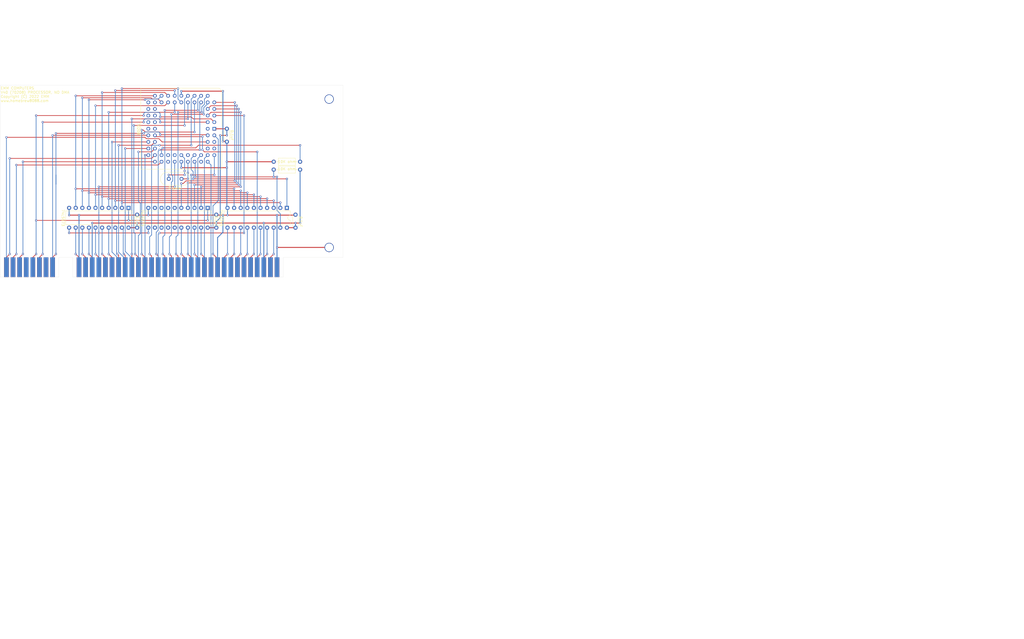
<source format=kicad_pcb>
(kicad_pcb (version 20171130) (host pcbnew "(5.1.8)-1")

  (general
    (thickness 1.6)
    (drawings 12)
    (tracks 560)
    (zones 0)
    (modules 17)
    (nets 120)
  )

  (page A4)
  (layers
    (0 F.Cu signal)
    (31 B.Cu signal)
    (32 B.Adhes user)
    (33 F.Adhes user)
    (34 B.Paste user)
    (35 F.Paste user)
    (36 B.SilkS user)
    (37 F.SilkS user)
    (38 B.Mask user)
    (39 F.Mask user)
    (40 Dwgs.User user)
    (41 Cmts.User user)
    (42 Eco1.User user)
    (43 Eco2.User user)
    (44 Edge.Cuts user)
    (45 Margin user)
    (46 B.CrtYd user)
    (47 F.CrtYd user)
    (48 B.Fab user)
    (49 F.Fab user)
  )

  (setup
    (last_trace_width 0.25)
    (trace_clearance 0.2)
    (zone_clearance 0.508)
    (zone_45_only no)
    (trace_min 0.2)
    (via_size 0.8)
    (via_drill 0.4)
    (via_min_size 0.4)
    (via_min_drill 0.3)
    (uvia_size 0.3)
    (uvia_drill 0.1)
    (uvias_allowed no)
    (uvia_min_size 0.2)
    (uvia_min_drill 0.1)
    (edge_width 0.05)
    (segment_width 0.2)
    (pcb_text_width 0.3)
    (pcb_text_size 1.5 1.5)
    (mod_edge_width 0.12)
    (mod_text_size 1 1)
    (mod_text_width 0.15)
    (pad_size 3.556 3.556)
    (pad_drill 3.048)
    (pad_to_mask_clearance 0)
    (aux_axis_origin 0 0)
    (grid_origin 161.53638 139.9286)
    (visible_elements 7FFFFFFF)
    (pcbplotparams
      (layerselection 0x010ec_ffffffff)
      (usegerberextensions false)
      (usegerberattributes false)
      (usegerberadvancedattributes true)
      (creategerberjobfile true)
      (excludeedgelayer true)
      (linewidth 0.100000)
      (plotframeref false)
      (viasonmask false)
      (mode 1)
      (useauxorigin false)
      (hpglpennumber 1)
      (hpglpenspeed 20)
      (hpglpendiameter 15.000000)
      (psnegative false)
      (psa4output false)
      (plotreference true)
      (plotvalue true)
      (plotinvisibletext false)
      (padsonsilk false)
      (subtractmaskfromsilk false)
      (outputformat 1)
      (mirror false)
      (drillshape 0)
      (scaleselection 1)
      (outputdirectory "Gerber/"))
  )

  (net 0 "")
  (net 1 /5+)
  (net 2 /GND)
  (net 3 /IRQ2)
  (net 4 /5-)
  (net 5 /DRQ2)
  (net 6 /12-)
  (net 7 /12+)
  (net 8 /DACK3)
  (net 9 /DRQ3)
  (net 10 /DACK1)
  (net 11 /DRQ1)
  (net 12 /IRQ7)
  (net 13 /IRQ6)
  (net 14 /IRQ5)
  (net 15 /IRQ4)
  (net 16 /IRQ3)
  (net 17 /DACK2)
  (net 18 /TC)
  (net 19 /ALE)
  (net 20 /CH_CK)
  (net 21 /D7)
  (net 22 /D6)
  (net 23 /D5)
  (net 24 /D4)
  (net 25 /D3)
  (net 26 /D2)
  (net 27 /D1)
  (net 28 /D0)
  (net 29 /RDY1)
  (net 30 /AEN)
  (net 31 /A19)
  (net 32 /A18)
  (net 33 /A17)
  (net 34 /A16)
  (net 35 /A15)
  (net 36 /A14)
  (net 37 /A13)
  (net 38 /A12)
  (net 39 /A11)
  (net 40 /A10)
  (net 41 /A9)
  (net 42 /A8)
  (net 43 /A7)
  (net 44 /A6)
  (net 45 /A5)
  (net 46 /A4)
  (net 47 /A3)
  (net 48 /A2)
  (net 49 /A1)
  (net 50 /A0)
  (net 51 /RESOUT)
  (net 52 /MWR)
  (net 53 /MRD)
  (net 54 /IOWR)
  (net 55 /IORD)
  (net 56 /REFRQ)
  (net 57 /NC)
  (net 58 /OSC88)
  (net 59 /CLK88)
  (net 60 "Net-(U1-Pad58)")
  (net 61 "Net-(U1-Pad48)")
  (net 62 "Net-(U1-Pad55)")
  (net 63 "Net-(U1-Pad51)")
  (net 64 "Net-(U1-Pad49)")
  (net 65 "Net-(U1-Pad35)")
  (net 66 "Net-(U1-Pad33)")
  (net 67 "Net-(U1-Pad31)")
  (net 68 "Net-(U1-Pad29)")
  (net 69 "Net-(U1-Pad27)")
  (net 70 "Net-(U1-Pad36)")
  (net 71 "Net-(U1-Pad34)")
  (net 72 "Net-(U1-Pad32)")
  (net 73 "Net-(U1-Pad30)")
  (net 74 "Net-(U1-Pad28)")
  (net 75 /AD0)
  (net 76 /AD2)
  (net 77 /AD4)
  (net 78 /AD6)
  (net 79 /AD1)
  (net 80 /AD3)
  (net 81 /AD5)
  (net 82 /AD7)
  (net 83 "Net-(U1-Pad63)")
  (net 84 "Net-(U1-Pad65)")
  (net 85 /A16_)
  (net 86 /A18_)
  (net 87 "Net-(U1-Pad64)")
  (net 88 /A17_)
  (net 89 /A19_)
  (net 90 "Net-(U1-Pad2)")
  (net 91 "Net-(U3-Pad9)")
  (net 92 "Net-(U3-Pad8)")
  (net 93 "Net-(U3-Pad7)")
  (net 94 "Net-(U3-Pad6)")
  (net 95 "Net-(U3-Pad15)")
  (net 96 "Net-(U3-Pad14)")
  (net 97 "Net-(U3-Pad13)")
  (net 98 "Net-(U3-Pad12)")
  (net 99 /SPK_OUT)
  (net 100 /SPK_GO)
  (net 101 /HF_PCLK)
  (net 102 /DRQ0)
  (net 103 /HOLDA)
  (net 104 /HOLD)
  (net 105 /READY)
  (net 106 /RESET)
  (net 107 /NMI)
  (net 108 "Net-(J1-Pad7)")
  (net 109 /IO_008X)
  (net 110 /IO_006X)
  (net 111 /IO_004X)
  (net 112 /IO_002X)
  (net 113 /IO_000X)
  (net 114 /IRQ1)
  (net 115 /DEN)
  (net 116 /POLL)
  (net 117 /X1)
  (net 118 /DTR)
  (net 119 /X2)

  (net_class Default "This is the default net class."
    (clearance 0.2)
    (trace_width 0.25)
    (via_dia 0.8)
    (via_drill 0.4)
    (uvia_dia 0.3)
    (uvia_drill 0.1)
    (add_net /12+)
    (add_net /12-)
    (add_net /5+)
    (add_net /5-)
    (add_net /A0)
    (add_net /A1)
    (add_net /A10)
    (add_net /A11)
    (add_net /A12)
    (add_net /A13)
    (add_net /A14)
    (add_net /A15)
    (add_net /A16)
    (add_net /A16_)
    (add_net /A17)
    (add_net /A17_)
    (add_net /A18)
    (add_net /A18_)
    (add_net /A19)
    (add_net /A19_)
    (add_net /A2)
    (add_net /A3)
    (add_net /A4)
    (add_net /A5)
    (add_net /A6)
    (add_net /A7)
    (add_net /A8)
    (add_net /A9)
    (add_net /AD0)
    (add_net /AD1)
    (add_net /AD2)
    (add_net /AD3)
    (add_net /AD4)
    (add_net /AD5)
    (add_net /AD6)
    (add_net /AD7)
    (add_net /AEN)
    (add_net /ALE)
    (add_net /CH_CK)
    (add_net /CLK88)
    (add_net /D0)
    (add_net /D1)
    (add_net /D2)
    (add_net /D3)
    (add_net /D4)
    (add_net /D5)
    (add_net /D6)
    (add_net /D7)
    (add_net /DACK1)
    (add_net /DACK2)
    (add_net /DACK3)
    (add_net /DEN)
    (add_net /DRQ0)
    (add_net /DRQ1)
    (add_net /DRQ2)
    (add_net /DRQ3)
    (add_net /DTR)
    (add_net /GND)
    (add_net /HF_PCLK)
    (add_net /HOLD)
    (add_net /HOLDA)
    (add_net /IORD)
    (add_net /IOWR)
    (add_net /IO_000X)
    (add_net /IO_002X)
    (add_net /IO_004X)
    (add_net /IO_006X)
    (add_net /IO_008X)
    (add_net /IRQ1)
    (add_net /IRQ2)
    (add_net /IRQ3)
    (add_net /IRQ4)
    (add_net /IRQ5)
    (add_net /IRQ6)
    (add_net /IRQ7)
    (add_net /MRD)
    (add_net /MWR)
    (add_net /NC)
    (add_net /NMI)
    (add_net /OSC88)
    (add_net /POLL)
    (add_net /RDY1)
    (add_net /READY)
    (add_net /REFRQ)
    (add_net /RESET)
    (add_net /RESOUT)
    (add_net /SPK_GO)
    (add_net /SPK_OUT)
    (add_net /TC)
    (add_net /X1)
    (add_net /X2)
    (add_net "Net-(J1-Pad7)")
    (add_net "Net-(U1-Pad2)")
    (add_net "Net-(U1-Pad27)")
    (add_net "Net-(U1-Pad28)")
    (add_net "Net-(U1-Pad29)")
    (add_net "Net-(U1-Pad30)")
    (add_net "Net-(U1-Pad31)")
    (add_net "Net-(U1-Pad32)")
    (add_net "Net-(U1-Pad33)")
    (add_net "Net-(U1-Pad34)")
    (add_net "Net-(U1-Pad35)")
    (add_net "Net-(U1-Pad36)")
    (add_net "Net-(U1-Pad48)")
    (add_net "Net-(U1-Pad49)")
    (add_net "Net-(U1-Pad51)")
    (add_net "Net-(U1-Pad55)")
    (add_net "Net-(U1-Pad58)")
    (add_net "Net-(U1-Pad63)")
    (add_net "Net-(U1-Pad64)")
    (add_net "Net-(U1-Pad65)")
    (add_net "Net-(U3-Pad12)")
    (add_net "Net-(U3-Pad13)")
    (add_net "Net-(U3-Pad14)")
    (add_net "Net-(U3-Pad15)")
    (add_net "Net-(U3-Pad6)")
    (add_net "Net-(U3-Pad7)")
    (add_net "Net-(U3-Pad8)")
    (add_net "Net-(U3-Pad9)")
  )

  (module Resistor_THT:R_Axial_DIN0207_L6.3mm_D2.5mm_P10.16mm_Horizontal (layer F.Cu) (tedit 5AE5139B) (tstamp 6106DFC5)
    (at 160.26638 92.1766)
    (descr "Resistor, Axial_DIN0207 series, Axial, Horizontal, pin pitch=10.16mm, 0.25W = 1/4W, length*diameter=6.3*2.5mm^2, http://cdn-reichelt.de/documents/datenblatt/B400/1_4W%23YAG.pdf")
    (tags "Resistor Axial_DIN0207 series Axial Horizontal pin pitch 10.16mm 0.25W = 1/4W length 6.3mm diameter 2.5mm")
    (path /61072939)
    (fp_text reference R1 (at 5.08 -2.37) (layer F.SilkS) hide
      (effects (font (size 1 1) (thickness 0.15)))
    )
    (fp_text value "10K ohm" (at 5.08 -0.254) (layer F.SilkS)
      (effects (font (size 1 1) (thickness 0.15)))
    )
    (fp_line (start 1.93 -1.25) (end 1.93 1.25) (layer F.Fab) (width 0.1))
    (fp_line (start 1.93 1.25) (end 8.23 1.25) (layer F.Fab) (width 0.1))
    (fp_line (start 8.23 1.25) (end 8.23 -1.25) (layer F.Fab) (width 0.1))
    (fp_line (start 8.23 -1.25) (end 1.93 -1.25) (layer F.Fab) (width 0.1))
    (fp_line (start 0 0) (end 1.93 0) (layer F.Fab) (width 0.1))
    (fp_line (start 10.16 0) (end 8.23 0) (layer F.Fab) (width 0.1))
    (fp_line (start 1.81 -1.37) (end 1.81 1.37) (layer F.SilkS) (width 0.12))
    (fp_line (start 1.81 1.37) (end 8.35 1.37) (layer F.SilkS) (width 0.12))
    (fp_line (start 8.35 1.37) (end 8.35 -1.37) (layer F.SilkS) (width 0.12))
    (fp_line (start 8.35 -1.37) (end 1.81 -1.37) (layer F.SilkS) (width 0.12))
    (fp_line (start 1.04 0) (end 1.81 0) (layer F.SilkS) (width 0.12))
    (fp_line (start 9.12 0) (end 8.35 0) (layer F.SilkS) (width 0.12))
    (fp_line (start -1.05 -1.5) (end -1.05 1.5) (layer F.CrtYd) (width 0.05))
    (fp_line (start -1.05 1.5) (end 11.21 1.5) (layer F.CrtYd) (width 0.05))
    (fp_line (start 11.21 1.5) (end 11.21 -1.5) (layer F.CrtYd) (width 0.05))
    (fp_line (start 11.21 -1.5) (end -1.05 -1.5) (layer F.CrtYd) (width 0.05))
    (fp_text user %R (at 5.08 0) (layer F.Fab) hide
      (effects (font (size 1 1) (thickness 0.15)))
    )
    (pad 2 thru_hole oval (at 10.16 0) (size 1.6 1.6) (drill 0.8) (layers *.Cu *.Mask)
      (net 1 /5+))
    (pad 1 thru_hole circle (at 0 0) (size 1.6 1.6) (drill 0.8) (layers *.Cu *.Mask)
      (net 115 /DEN))
    (model ${KISYS3DMOD}/Resistor_THT.3dshapes/R_Axial_DIN0207_L6.3mm_D2.5mm_P10.16mm_Horizontal.wrl
      (at (xyz 0 0 0))
      (scale (xyz 1 1 1))
      (rotate (xyz 0 0 0))
    )
  )

  (module Crystal:Crystal_HC18-U_Vertical (layer F.Cu) (tedit 5A1AD3B7) (tstamp 61071EF8)
    (at 119.88038 95.7326)
    (descr "Crystal THT HC-18/U, http://5hertz.com/pdfs/04404_D.pdf")
    (tags "THT crystalHC-18/U")
    (path /610DE620)
    (fp_text reference Y1 (at 2.45 -3.525) (layer F.SilkS) hide
      (effects (font (size 1 1) (thickness 0.15)))
    )
    (fp_text value Crystal (at 2.45 3.525) (layer F.SilkS)
      (effects (font (size 1 1) (thickness 0.15)))
    )
    (fp_line (start -0.675 -2.325) (end 5.575 -2.325) (layer F.Fab) (width 0.1))
    (fp_line (start -0.675 2.325) (end 5.575 2.325) (layer F.Fab) (width 0.1))
    (fp_line (start -0.55 -2) (end 5.45 -2) (layer F.Fab) (width 0.1))
    (fp_line (start -0.55 2) (end 5.45 2) (layer F.Fab) (width 0.1))
    (fp_line (start -0.675 -2.525) (end 5.575 -2.525) (layer F.SilkS) (width 0.12))
    (fp_line (start -0.675 2.525) (end 5.575 2.525) (layer F.SilkS) (width 0.12))
    (fp_line (start -3.5 -2.8) (end -3.5 2.8) (layer F.CrtYd) (width 0.05))
    (fp_line (start -3.5 2.8) (end 8.4 2.8) (layer F.CrtYd) (width 0.05))
    (fp_line (start 8.4 2.8) (end 8.4 -2.8) (layer F.CrtYd) (width 0.05))
    (fp_line (start 8.4 -2.8) (end -3.5 -2.8) (layer F.CrtYd) (width 0.05))
    (fp_arc (start 5.575 0) (end 5.575 -2.525) (angle 180) (layer F.SilkS) (width 0.12))
    (fp_arc (start -0.675 0) (end -0.675 -2.525) (angle -180) (layer F.SilkS) (width 0.12))
    (fp_arc (start 5.45 0) (end 5.45 -2) (angle 180) (layer F.Fab) (width 0.1))
    (fp_arc (start -0.55 0) (end -0.55 -2) (angle -180) (layer F.Fab) (width 0.1))
    (fp_arc (start 5.575 0) (end 5.575 -2.325) (angle 180) (layer F.Fab) (width 0.1))
    (fp_arc (start -0.675 0) (end -0.675 -2.325) (angle -180) (layer F.Fab) (width 0.1))
    (fp_text user %R (at 2.45 0) (layer F.Fab) hide
      (effects (font (size 1 1) (thickness 0.15)))
    )
    (pad 2 thru_hole circle (at 4.9 0) (size 1.5 1.5) (drill 0.8) (layers *.Cu *.Mask)
      (net 117 /X1))
    (pad 1 thru_hole circle (at 0 0) (size 1.5 1.5) (drill 0.8) (layers *.Cu *.Mask)
      (net 119 /X2))
    (model ${KISYS3DMOD}/Crystal.3dshapes/Crystal_HC18-U_Vertical.wrl
      (at (xyz 0 0 0))
      (scale (xyz 1 1 1))
      (rotate (xyz 0 0 0))
    )
  )

  (module Resistor_THT:R_Axial_DIN0207_L6.3mm_D2.5mm_P10.16mm_Horizontal (layer F.Cu) (tedit 5AE5139B) (tstamp 6106DFDC)
    (at 160.26638 89.1286)
    (descr "Resistor, Axial_DIN0207 series, Axial, Horizontal, pin pitch=10.16mm, 0.25W = 1/4W, length*diameter=6.3*2.5mm^2, http://cdn-reichelt.de/documents/datenblatt/B400/1_4W%23YAG.pdf")
    (tags "Resistor Axial_DIN0207 series Axial Horizontal pin pitch 10.16mm 0.25W = 1/4W length 6.3mm diameter 2.5mm")
    (path /61088AD1)
    (fp_text reference R2 (at 5.08 -2.37) (layer F.SilkS) hide
      (effects (font (size 1 1) (thickness 0.15)))
    )
    (fp_text value "10K ohm" (at 5.08 0) (layer F.SilkS)
      (effects (font (size 1 1) (thickness 0.15)))
    )
    (fp_line (start 1.93 -1.25) (end 1.93 1.25) (layer F.Fab) (width 0.1))
    (fp_line (start 1.93 1.25) (end 8.23 1.25) (layer F.Fab) (width 0.1))
    (fp_line (start 8.23 1.25) (end 8.23 -1.25) (layer F.Fab) (width 0.1))
    (fp_line (start 8.23 -1.25) (end 1.93 -1.25) (layer F.Fab) (width 0.1))
    (fp_line (start 0 0) (end 1.93 0) (layer F.Fab) (width 0.1))
    (fp_line (start 10.16 0) (end 8.23 0) (layer F.Fab) (width 0.1))
    (fp_line (start 1.81 -1.37) (end 1.81 1.37) (layer F.SilkS) (width 0.12))
    (fp_line (start 1.81 1.37) (end 8.35 1.37) (layer F.SilkS) (width 0.12))
    (fp_line (start 8.35 1.37) (end 8.35 -1.37) (layer F.SilkS) (width 0.12))
    (fp_line (start 8.35 -1.37) (end 1.81 -1.37) (layer F.SilkS) (width 0.12))
    (fp_line (start 1.04 0) (end 1.81 0) (layer F.SilkS) (width 0.12))
    (fp_line (start 9.12 0) (end 8.35 0) (layer F.SilkS) (width 0.12))
    (fp_line (start -1.05 -1.5) (end -1.05 1.5) (layer F.CrtYd) (width 0.05))
    (fp_line (start -1.05 1.5) (end 11.21 1.5) (layer F.CrtYd) (width 0.05))
    (fp_line (start 11.21 1.5) (end 11.21 -1.5) (layer F.CrtYd) (width 0.05))
    (fp_line (start 11.21 -1.5) (end -1.05 -1.5) (layer F.CrtYd) (width 0.05))
    (fp_text user %R (at 5.08 0) (layer F.Fab) hide
      (effects (font (size 1 1) (thickness 0.15)))
    )
    (pad 2 thru_hole oval (at 10.16 0) (size 1.6 1.6) (drill 0.8) (layers *.Cu *.Mask)
      (net 116 /POLL))
    (pad 1 thru_hole circle (at 0 0) (size 1.6 1.6) (drill 0.8) (layers *.Cu *.Mask)
      (net 2 /GND))
    (model ${KISYS3DMOD}/Resistor_THT.3dshapes/R_Axial_DIN0207_L6.3mm_D2.5mm_P10.16mm_Horizontal.wrl
      (at (xyz 0 0 0))
      (scale (xyz 1 1 1))
      (rotate (xyz 0 0 0))
    )
  )

  (module My:16_EDGE_CARD_BUS (layer F.Cu) (tedit 6106B6A0) (tstamp 6106BD96)
    (at 75.17638 125.9586 270)
    (descr "AT ISA 16 bits Bus Edge Connector")
    (tags "BUS ISA AT Edge connector")
    (path /6106BEE1)
    (attr virtual)
    (fp_text reference J1 (at -3.302 7.112) (layer F.SilkS) hide
      (effects (font (size 1 1) (thickness 0.15)))
    )
    (fp_text value Conn_02x08_Counter_Clockwise (at -1.524 7.239) (layer F.Fab) hide
      (effects (font (size 1 1) (thickness 0.15)))
    )
    (fp_line (start 0 -2.413) (end 7.62 -2.413) (layer F.Fab) (width 0.12))
    (fp_line (start 7.62 -2.413) (end 7.62 20.193) (layer F.Fab) (width 0.12))
    (fp_line (start 0 -2.413) (end 0 -7.747) (layer Dwgs.User) (width 0.12))
    (fp_line (start 0 20.193) (end 7.62 20.193) (layer F.Fab) (width 0.12))
    (pad 9 connect rect (at 3.81 17.78) (size 1.78 7.62) (layers F.Cu F.Mask)
      (net 99 /SPK_OUT))
    (pad 10 connect rect (at 3.81 15.24) (size 1.78 7.62) (layers F.Cu F.Mask)
      (net 100 /SPK_GO))
    (pad 11 connect rect (at 3.81 12.7) (size 1.78 7.62) (layers F.Cu F.Mask)
      (net 101 /HF_PCLK))
    (pad 12 connect rect (at 3.81 10.16) (size 1.78 7.62) (layers F.Cu F.Mask)
      (net 102 /DRQ0))
    (pad 13 connect rect (at 3.81 7.62) (size 1.78 7.62) (layers F.Cu F.Mask)
      (net 103 /HOLDA))
    (pad 14 connect rect (at 3.81 5.08) (size 1.78 7.62) (layers F.Cu F.Mask)
      (net 104 /HOLD))
    (pad 15 connect rect (at 3.81 2.54) (size 1.78 7.62) (layers F.Cu F.Mask)
      (net 105 /READY))
    (pad 16 connect rect (at 3.81 0) (size 1.78 7.62) (layers F.Cu F.Mask)
      (net 106 /RESET))
    (pad 8 connect rect (at 3.81 17.78) (size 1.78 7.62) (layers B.Cu B.Mask)
      (net 107 /NMI))
    (pad 7 connect rect (at 3.81 15.24) (size 1.78 7.62) (layers B.Cu B.Mask)
      (net 108 "Net-(J1-Pad7)"))
    (pad 6 connect rect (at 3.81 12.7) (size 1.78 7.62) (layers B.Cu B.Mask)
      (net 109 /IO_008X))
    (pad 5 connect rect (at 3.81 10.16) (size 1.78 7.62) (layers B.Cu B.Mask)
      (net 110 /IO_006X))
    (pad 4 connect rect (at 3.81 7.62) (size 1.78 7.62) (layers B.Cu B.Mask)
      (net 111 /IO_004X))
    (pad 3 connect rect (at 3.81 5.08) (size 1.78 7.62) (layers B.Cu B.Mask)
      (net 112 /IO_002X))
    (pad 2 connect rect (at 3.81 2.54) (size 1.78 7.62) (layers B.Cu B.Mask)
      (net 113 /IO_000X))
    (pad 1 connect rect (at 3.81 0) (size 1.78 7.62) (layers B.Cu B.Mask)
      (net 114 /IRQ1))
  )

  (module Package_DIP:DIP-20_W7.62mm (layer F.Cu) (tedit 5A02E8C5) (tstamp 6105D456)
    (at 165.34638 106.9086 270)
    (descr "20-lead though-hole mounted DIP package, row spacing 7.62 mm (300 mils)")
    (tags "THT DIP DIL PDIP 2.54mm 7.62mm 300mil")
    (path /61063CD3)
    (fp_text reference U4 (at 3.81 -2.33 90) (layer F.SilkS) hide
      (effects (font (size 1 1) (thickness 0.15)))
    )
    (fp_text value 74LS245 (at 3.81 25.19 270 unlocked) (layer F.SilkS)
      (effects (font (size 1 1) (thickness 0.15)))
    )
    (fp_line (start 1.635 -1.27) (end 6.985 -1.27) (layer F.Fab) (width 0.1))
    (fp_line (start 6.985 -1.27) (end 6.985 24.13) (layer F.Fab) (width 0.1))
    (fp_line (start 6.985 24.13) (end 0.635 24.13) (layer F.Fab) (width 0.1))
    (fp_line (start 0.635 24.13) (end 0.635 -0.27) (layer F.Fab) (width 0.1))
    (fp_line (start 0.635 -0.27) (end 1.635 -1.27) (layer F.Fab) (width 0.1))
    (fp_line (start 2.81 -1.33) (end 1.16 -1.33) (layer F.SilkS) (width 0.12))
    (fp_line (start 1.16 -1.33) (end 1.16 24.19) (layer F.SilkS) (width 0.12))
    (fp_line (start 1.16 24.19) (end 6.46 24.19) (layer F.SilkS) (width 0.12))
    (fp_line (start 6.46 24.19) (end 6.46 -1.33) (layer F.SilkS) (width 0.12))
    (fp_line (start 6.46 -1.33) (end 4.81 -1.33) (layer F.SilkS) (width 0.12))
    (fp_line (start -1.1 -1.55) (end -1.1 24.4) (layer F.CrtYd) (width 0.05))
    (fp_line (start -1.1 24.4) (end 8.7 24.4) (layer F.CrtYd) (width 0.05))
    (fp_line (start 8.7 24.4) (end 8.7 -1.55) (layer F.CrtYd) (width 0.05))
    (fp_line (start 8.7 -1.55) (end -1.1 -1.55) (layer F.CrtYd) (width 0.05))
    (fp_text user %R (at 3.81 11.43 90) (layer F.Fab) hide
      (effects (font (size 1 1) (thickness 0.15)))
    )
    (fp_arc (start 3.81 -1.33) (end 2.81 -1.33) (angle -180) (layer F.SilkS) (width 0.12))
    (pad 20 thru_hole oval (at 7.62 0 270) (size 1.6 1.6) (drill 0.8) (layers *.Cu *.Mask)
      (net 1 /5+))
    (pad 10 thru_hole oval (at 0 22.86 270) (size 1.6 1.6) (drill 0.8) (layers *.Cu *.Mask)
      (net 2 /GND))
    (pad 19 thru_hole oval (at 7.62 2.54 270) (size 1.6 1.6) (drill 0.8) (layers *.Cu *.Mask)
      (net 115 /DEN))
    (pad 9 thru_hole oval (at 0 20.32 270) (size 1.6 1.6) (drill 0.8) (layers *.Cu *.Mask)
      (net 75 /AD0))
    (pad 18 thru_hole oval (at 7.62 5.08 270) (size 1.6 1.6) (drill 0.8) (layers *.Cu *.Mask)
      (net 21 /D7))
    (pad 8 thru_hole oval (at 0 17.78 270) (size 1.6 1.6) (drill 0.8) (layers *.Cu *.Mask)
      (net 79 /AD1))
    (pad 17 thru_hole oval (at 7.62 7.62 270) (size 1.6 1.6) (drill 0.8) (layers *.Cu *.Mask)
      (net 22 /D6))
    (pad 7 thru_hole oval (at 0 15.24 270) (size 1.6 1.6) (drill 0.8) (layers *.Cu *.Mask)
      (net 76 /AD2))
    (pad 16 thru_hole oval (at 7.62 10.16 270) (size 1.6 1.6) (drill 0.8) (layers *.Cu *.Mask)
      (net 23 /D5))
    (pad 6 thru_hole oval (at 0 12.7 270) (size 1.6 1.6) (drill 0.8) (layers *.Cu *.Mask)
      (net 80 /AD3))
    (pad 15 thru_hole oval (at 7.62 12.7 270) (size 1.6 1.6) (drill 0.8) (layers *.Cu *.Mask)
      (net 24 /D4))
    (pad 5 thru_hole oval (at 0 10.16 270) (size 1.6 1.6) (drill 0.8) (layers *.Cu *.Mask)
      (net 77 /AD4))
    (pad 14 thru_hole oval (at 7.62 15.24 270) (size 1.6 1.6) (drill 0.8) (layers *.Cu *.Mask)
      (net 25 /D3))
    (pad 4 thru_hole oval (at 0 7.62 270) (size 1.6 1.6) (drill 0.8) (layers *.Cu *.Mask)
      (net 81 /AD5))
    (pad 13 thru_hole oval (at 7.62 17.78 270) (size 1.6 1.6) (drill 0.8) (layers *.Cu *.Mask)
      (net 26 /D2))
    (pad 3 thru_hole oval (at 0 5.08 270) (size 1.6 1.6) (drill 0.8) (layers *.Cu *.Mask)
      (net 78 /AD6))
    (pad 12 thru_hole oval (at 7.62 20.32 270) (size 1.6 1.6) (drill 0.8) (layers *.Cu *.Mask)
      (net 27 /D1))
    (pad 2 thru_hole oval (at 0 2.54 270) (size 1.6 1.6) (drill 0.8) (layers *.Cu *.Mask)
      (net 82 /AD7))
    (pad 11 thru_hole oval (at 7.62 22.86 270) (size 1.6 1.6) (drill 0.8) (layers *.Cu *.Mask)
      (net 28 /D0))
    (pad 1 thru_hole rect (at 0 0 270) (size 1.6 1.6) (drill 0.8) (layers *.Cu *.Mask)
      (net 118 /DTR))
    (model ${KISYS3DMOD}/Package_DIP.3dshapes/DIP-20_W7.62mm.wrl
      (at (xyz 0 0 0))
      (scale (xyz 1 1 1))
      (rotate (xyz 0 0 0))
    )
  )

  (module Package_DIP:DIP-20_W7.62mm (layer F.Cu) (tedit 5A02E8C5) (tstamp 6105D42E)
    (at 134.86638 106.9086 270)
    (descr "20-lead though-hole mounted DIP package, row spacing 7.62 mm (300 mils)")
    (tags "THT DIP DIL PDIP 2.54mm 7.62mm 300mil")
    (path /610632BC)
    (fp_text reference U3 (at 3.81 -2.33 90) (layer F.SilkS) hide
      (effects (font (size 1 1) (thickness 0.15)))
    )
    (fp_text value 74LS573 (at 3.81 25.19 270 unlocked) (layer F.SilkS)
      (effects (font (size 1 1) (thickness 0.15)))
    )
    (fp_line (start 1.635 -1.27) (end 6.985 -1.27) (layer F.Fab) (width 0.1))
    (fp_line (start 6.985 -1.27) (end 6.985 24.13) (layer F.Fab) (width 0.1))
    (fp_line (start 6.985 24.13) (end 0.635 24.13) (layer F.Fab) (width 0.1))
    (fp_line (start 0.635 24.13) (end 0.635 -0.27) (layer F.Fab) (width 0.1))
    (fp_line (start 0.635 -0.27) (end 1.635 -1.27) (layer F.Fab) (width 0.1))
    (fp_line (start 2.81 -1.33) (end 1.16 -1.33) (layer F.SilkS) (width 0.12))
    (fp_line (start 1.16 -1.33) (end 1.16 24.19) (layer F.SilkS) (width 0.12))
    (fp_line (start 1.16 24.19) (end 6.46 24.19) (layer F.SilkS) (width 0.12))
    (fp_line (start 6.46 24.19) (end 6.46 -1.33) (layer F.SilkS) (width 0.12))
    (fp_line (start 6.46 -1.33) (end 4.81 -1.33) (layer F.SilkS) (width 0.12))
    (fp_line (start -1.1 -1.55) (end -1.1 24.4) (layer F.CrtYd) (width 0.05))
    (fp_line (start -1.1 24.4) (end 8.7 24.4) (layer F.CrtYd) (width 0.05))
    (fp_line (start 8.7 24.4) (end 8.7 -1.55) (layer F.CrtYd) (width 0.05))
    (fp_line (start 8.7 -1.55) (end -1.1 -1.55) (layer F.CrtYd) (width 0.05))
    (fp_text user %R (at 3.81 11.43 90) (layer F.Fab) hide
      (effects (font (size 1 1) (thickness 0.15)))
    )
    (fp_arc (start 3.81 -1.33) (end 2.81 -1.33) (angle -180) (layer F.SilkS) (width 0.12))
    (pad 20 thru_hole oval (at 7.62 0 270) (size 1.6 1.6) (drill 0.8) (layers *.Cu *.Mask)
      (net 1 /5+))
    (pad 10 thru_hole oval (at 0 22.86 270) (size 1.6 1.6) (drill 0.8) (layers *.Cu *.Mask)
      (net 2 /GND))
    (pad 19 thru_hole oval (at 7.62 2.54 270) (size 1.6 1.6) (drill 0.8) (layers *.Cu *.Mask)
      (net 31 /A19))
    (pad 9 thru_hole oval (at 0 20.32 270) (size 1.6 1.6) (drill 0.8) (layers *.Cu *.Mask)
      (net 91 "Net-(U3-Pad9)"))
    (pad 18 thru_hole oval (at 7.62 5.08 270) (size 1.6 1.6) (drill 0.8) (layers *.Cu *.Mask)
      (net 32 /A18))
    (pad 8 thru_hole oval (at 0 17.78 270) (size 1.6 1.6) (drill 0.8) (layers *.Cu *.Mask)
      (net 92 "Net-(U3-Pad8)"))
    (pad 17 thru_hole oval (at 7.62 7.62 270) (size 1.6 1.6) (drill 0.8) (layers *.Cu *.Mask)
      (net 33 /A17))
    (pad 7 thru_hole oval (at 0 15.24 270) (size 1.6 1.6) (drill 0.8) (layers *.Cu *.Mask)
      (net 93 "Net-(U3-Pad7)"))
    (pad 16 thru_hole oval (at 7.62 10.16 270) (size 1.6 1.6) (drill 0.8) (layers *.Cu *.Mask)
      (net 34 /A16))
    (pad 6 thru_hole oval (at 0 12.7 270) (size 1.6 1.6) (drill 0.8) (layers *.Cu *.Mask)
      (net 94 "Net-(U3-Pad6)"))
    (pad 15 thru_hole oval (at 7.62 12.7 270) (size 1.6 1.6) (drill 0.8) (layers *.Cu *.Mask)
      (net 95 "Net-(U3-Pad15)"))
    (pad 5 thru_hole oval (at 0 10.16 270) (size 1.6 1.6) (drill 0.8) (layers *.Cu *.Mask)
      (net 85 /A16_))
    (pad 14 thru_hole oval (at 7.62 15.24 270) (size 1.6 1.6) (drill 0.8) (layers *.Cu *.Mask)
      (net 96 "Net-(U3-Pad14)"))
    (pad 4 thru_hole oval (at 0 7.62 270) (size 1.6 1.6) (drill 0.8) (layers *.Cu *.Mask)
      (net 88 /A17_))
    (pad 13 thru_hole oval (at 7.62 17.78 270) (size 1.6 1.6) (drill 0.8) (layers *.Cu *.Mask)
      (net 97 "Net-(U3-Pad13)"))
    (pad 3 thru_hole oval (at 0 5.08 270) (size 1.6 1.6) (drill 0.8) (layers *.Cu *.Mask)
      (net 86 /A18_))
    (pad 12 thru_hole oval (at 7.62 20.32 270) (size 1.6 1.6) (drill 0.8) (layers *.Cu *.Mask)
      (net 98 "Net-(U3-Pad12)"))
    (pad 2 thru_hole oval (at 0 2.54 270) (size 1.6 1.6) (drill 0.8) (layers *.Cu *.Mask)
      (net 89 /A19_))
    (pad 11 thru_hole oval (at 7.62 22.86 270) (size 1.6 1.6) (drill 0.8) (layers *.Cu *.Mask)
      (net 19 /ALE))
    (pad 1 thru_hole rect (at 0 0 270) (size 1.6 1.6) (drill 0.8) (layers *.Cu *.Mask)
      (net 103 /HOLDA))
    (model ${KISYS3DMOD}/Package_DIP.3dshapes/DIP-20_W7.62mm.wrl
      (at (xyz 0 0 0))
      (scale (xyz 1 1 1))
      (rotate (xyz 0 0 0))
    )
  )

  (module Package_DIP:DIP-20_W7.62mm (layer F.Cu) (tedit 5A02E8C5) (tstamp 6105D406)
    (at 104.38638 106.9086 270)
    (descr "20-lead though-hole mounted DIP package, row spacing 7.62 mm (300 mils)")
    (tags "THT DIP DIL PDIP 2.54mm 7.62mm 300mil")
    (path /610661C4)
    (fp_text reference U2 (at 3.81 -2.33 90) (layer F.SilkS) hide
      (effects (font (size 1 1) (thickness 0.15)))
    )
    (fp_text value 74LS573 (at 3.81 25.19 270 unlocked) (layer F.SilkS)
      (effects (font (size 1 1) (thickness 0.15)))
    )
    (fp_line (start 1.635 -1.27) (end 6.985 -1.27) (layer F.Fab) (width 0.1))
    (fp_line (start 6.985 -1.27) (end 6.985 24.13) (layer F.Fab) (width 0.1))
    (fp_line (start 6.985 24.13) (end 0.635 24.13) (layer F.Fab) (width 0.1))
    (fp_line (start 0.635 24.13) (end 0.635 -0.27) (layer F.Fab) (width 0.1))
    (fp_line (start 0.635 -0.27) (end 1.635 -1.27) (layer F.Fab) (width 0.1))
    (fp_line (start 2.81 -1.33) (end 1.16 -1.33) (layer F.SilkS) (width 0.12))
    (fp_line (start 1.16 -1.33) (end 1.16 24.19) (layer F.SilkS) (width 0.12))
    (fp_line (start 1.16 24.19) (end 6.46 24.19) (layer F.SilkS) (width 0.12))
    (fp_line (start 6.46 24.19) (end 6.46 -1.33) (layer F.SilkS) (width 0.12))
    (fp_line (start 6.46 -1.33) (end 4.81 -1.33) (layer F.SilkS) (width 0.12))
    (fp_line (start -1.1 -1.55) (end -1.1 24.4) (layer F.CrtYd) (width 0.05))
    (fp_line (start -1.1 24.4) (end 8.7 24.4) (layer F.CrtYd) (width 0.05))
    (fp_line (start 8.7 24.4) (end 8.7 -1.55) (layer F.CrtYd) (width 0.05))
    (fp_line (start 8.7 -1.55) (end -1.1 -1.55) (layer F.CrtYd) (width 0.05))
    (fp_text user %R (at 3.81 11.43 90) (layer F.Fab) hide
      (effects (font (size 1 1) (thickness 0.15)))
    )
    (fp_arc (start 3.81 -1.33) (end 2.81 -1.33) (angle -180) (layer F.SilkS) (width 0.12))
    (pad 20 thru_hole oval (at 7.62 0 270) (size 1.6 1.6) (drill 0.8) (layers *.Cu *.Mask)
      (net 1 /5+))
    (pad 10 thru_hole oval (at 0 22.86 270) (size 1.6 1.6) (drill 0.8) (layers *.Cu *.Mask)
      (net 2 /GND))
    (pad 19 thru_hole oval (at 7.62 2.54 270) (size 1.6 1.6) (drill 0.8) (layers *.Cu *.Mask)
      (net 43 /A7))
    (pad 9 thru_hole oval (at 0 20.32 270) (size 1.6 1.6) (drill 0.8) (layers *.Cu *.Mask)
      (net 75 /AD0))
    (pad 18 thru_hole oval (at 7.62 5.08 270) (size 1.6 1.6) (drill 0.8) (layers *.Cu *.Mask)
      (net 44 /A6))
    (pad 8 thru_hole oval (at 0 17.78 270) (size 1.6 1.6) (drill 0.8) (layers *.Cu *.Mask)
      (net 79 /AD1))
    (pad 17 thru_hole oval (at 7.62 7.62 270) (size 1.6 1.6) (drill 0.8) (layers *.Cu *.Mask)
      (net 45 /A5))
    (pad 7 thru_hole oval (at 0 15.24 270) (size 1.6 1.6) (drill 0.8) (layers *.Cu *.Mask)
      (net 76 /AD2))
    (pad 16 thru_hole oval (at 7.62 10.16 270) (size 1.6 1.6) (drill 0.8) (layers *.Cu *.Mask)
      (net 46 /A4))
    (pad 6 thru_hole oval (at 0 12.7 270) (size 1.6 1.6) (drill 0.8) (layers *.Cu *.Mask)
      (net 80 /AD3))
    (pad 15 thru_hole oval (at 7.62 12.7 270) (size 1.6 1.6) (drill 0.8) (layers *.Cu *.Mask)
      (net 47 /A3))
    (pad 5 thru_hole oval (at 0 10.16 270) (size 1.6 1.6) (drill 0.8) (layers *.Cu *.Mask)
      (net 77 /AD4))
    (pad 14 thru_hole oval (at 7.62 15.24 270) (size 1.6 1.6) (drill 0.8) (layers *.Cu *.Mask)
      (net 48 /A2))
    (pad 4 thru_hole oval (at 0 7.62 270) (size 1.6 1.6) (drill 0.8) (layers *.Cu *.Mask)
      (net 81 /AD5))
    (pad 13 thru_hole oval (at 7.62 17.78 270) (size 1.6 1.6) (drill 0.8) (layers *.Cu *.Mask)
      (net 49 /A1))
    (pad 3 thru_hole oval (at 0 5.08 270) (size 1.6 1.6) (drill 0.8) (layers *.Cu *.Mask)
      (net 78 /AD6))
    (pad 12 thru_hole oval (at 7.62 20.32 270) (size 1.6 1.6) (drill 0.8) (layers *.Cu *.Mask)
      (net 50 /A0))
    (pad 2 thru_hole oval (at 0 2.54 270) (size 1.6 1.6) (drill 0.8) (layers *.Cu *.Mask)
      (net 82 /AD7))
    (pad 11 thru_hole oval (at 7.62 22.86 270) (size 1.6 1.6) (drill 0.8) (layers *.Cu *.Mask)
      (net 19 /ALE))
    (pad 1 thru_hole rect (at 0 0 270) (size 1.6 1.6) (drill 0.8) (layers *.Cu *.Mask)
      (net 103 /HOLDA))
    (model ${KISYS3DMOD}/Package_DIP.3dshapes/DIP-20_W7.62mm.wrl
      (at (xyz 0 0 0))
      (scale (xyz 1 1 1))
      (rotate (xyz 0 0 0))
    )
  )

  (module Package_LCC:PLCC-68_THT-Socket (layer F.Cu) (tedit 5A02ECC8) (tstamp 6105D3DE)
    (at 137.40638 76.4286 270)
    (descr "PLCC, 68 pins, through hole")
    (tags "plcc leaded")
    (path /6105D18A)
    (fp_text reference U1 (at 0 -3.825 90) (layer F.SilkS) hide
      (effects (font (size 1 1) (thickness 0.15)))
    )
    (fp_text value 70208 (at 0 29.225 270 unlocked) (layer F.SilkS)
      (effects (font (size 1 1) (thickness 0.15)))
    )
    (fp_line (start -14.525 -2.825) (end -15.525 -1.825) (layer F.Fab) (width 0.1))
    (fp_line (start -15.525 -1.825) (end -15.525 28.225) (layer F.Fab) (width 0.1))
    (fp_line (start -15.525 28.225) (end 15.525 28.225) (layer F.Fab) (width 0.1))
    (fp_line (start 15.525 28.225) (end 15.525 -2.825) (layer F.Fab) (width 0.1))
    (fp_line (start 15.525 -2.825) (end -14.525 -2.825) (layer F.Fab) (width 0.1))
    (fp_line (start -16 -3.3) (end -16 28.7) (layer F.CrtYd) (width 0.05))
    (fp_line (start -16 28.7) (end 16 28.7) (layer F.CrtYd) (width 0.05))
    (fp_line (start 16 28.7) (end 16 -3.3) (layer F.CrtYd) (width 0.05))
    (fp_line (start 16 -3.3) (end -16 -3.3) (layer F.CrtYd) (width 0.05))
    (fp_line (start -12.985 -0.285) (end -12.985 25.685) (layer F.Fab) (width 0.1))
    (fp_line (start -12.985 25.685) (end 12.985 25.685) (layer F.Fab) (width 0.1))
    (fp_line (start 12.985 25.685) (end 12.985 -0.285) (layer F.Fab) (width 0.1))
    (fp_line (start 12.985 -0.285) (end -12.985 -0.285) (layer F.Fab) (width 0.1))
    (fp_line (start -0.5 -2.825) (end 0 -1.825) (layer F.Fab) (width 0.1))
    (fp_line (start 0 -1.825) (end 0.5 -2.825) (layer F.Fab) (width 0.1))
    (fp_line (start -1 -2.925) (end -14.625 -2.925) (layer F.SilkS) (width 0.12))
    (fp_line (start -14.625 -2.925) (end -15.625 -1.925) (layer F.SilkS) (width 0.12))
    (fp_line (start -15.625 -1.925) (end -15.625 28.325) (layer F.SilkS) (width 0.12))
    (fp_line (start -15.625 28.325) (end 15.625 28.325) (layer F.SilkS) (width 0.12))
    (fp_line (start 15.625 28.325) (end 15.625 -2.925) (layer F.SilkS) (width 0.12))
    (fp_line (start 15.625 -2.925) (end 1 -2.925) (layer F.SilkS) (width 0.12))
    (fp_text user %R (at 0 12.7 90) (layer F.Fab) hide
      (effects (font (size 1 1) (thickness 0.15)))
    )
    (pad 60 thru_hole circle (at 12.7 2.54 270) (size 1.4224 1.4224) (drill 0.8) (layers *.Cu *.Mask)
      (net 52 /MWR))
    (pad 58 thru_hole circle (at 12.7 5.08 270) (size 1.4224 1.4224) (drill 0.8) (layers *.Cu *.Mask)
      (net 60 "Net-(U1-Pad58)"))
    (pad 56 thru_hole circle (at 12.7 7.62 270) (size 1.4224 1.4224) (drill 0.8) (layers *.Cu *.Mask)
      (net 115 /DEN))
    (pad 54 thru_hole circle (at 12.7 10.16 270) (size 1.4224 1.4224) (drill 0.8) (layers *.Cu *.Mask)
      (net 117 /X1))
    (pad 52 thru_hole circle (at 12.7 12.7 270) (size 1.4224 1.4224) (drill 0.8) (layers *.Cu *.Mask)
      (net 2 /GND))
    (pad 50 thru_hole circle (at 12.7 15.24 270) (size 1.4224 1.4224) (drill 0.8) (layers *.Cu *.Mask)
      (net 19 /ALE))
    (pad 48 thru_hole circle (at 12.7 17.78 270) (size 1.4224 1.4224) (drill 0.8) (layers *.Cu *.Mask)
      (net 61 "Net-(U1-Pad48)"))
    (pad 46 thru_hole circle (at 12.7 20.32 270) (size 1.4224 1.4224) (drill 0.8) (layers *.Cu *.Mask)
      (net 100 /SPK_GO))
    (pad 61 thru_hole circle (at 10.16 0 270) (size 1.4224 1.4224) (drill 0.8) (layers *.Cu *.Mask)
      (net 55 /IORD))
    (pad 59 thru_hole circle (at 10.16 5.08 270) (size 1.4224 1.4224) (drill 0.8) (layers *.Cu *.Mask)
      (net 54 /IOWR))
    (pad 57 thru_hole circle (at 10.16 7.62 270) (size 1.4224 1.4224) (drill 0.8) (layers *.Cu *.Mask)
      (net 118 /DTR))
    (pad 55 thru_hole circle (at 10.16 10.16 270) (size 1.4224 1.4224) (drill 0.8) (layers *.Cu *.Mask)
      (net 62 "Net-(U1-Pad55)"))
    (pad 53 thru_hole circle (at 10.16 12.7 270) (size 1.4224 1.4224) (drill 0.8) (layers *.Cu *.Mask)
      (net 119 /X2))
    (pad 51 thru_hole circle (at 10.16 15.24 270) (size 1.4224 1.4224) (drill 0.8) (layers *.Cu *.Mask)
      (net 63 "Net-(U1-Pad51)"))
    (pad 49 thru_hole circle (at 10.16 17.78 270) (size 1.4224 1.4224) (drill 0.8) (layers *.Cu *.Mask)
      (net 64 "Net-(U1-Pad49)"))
    (pad 47 thru_hole circle (at 10.16 20.32 270) (size 1.4224 1.4224) (drill 0.8) (layers *.Cu *.Mask)
      (net 116 /POLL))
    (pad 45 thru_hole circle (at 10.16 22.86 270) (size 1.4224 1.4224) (drill 0.8) (layers *.Cu *.Mask)
      (net 99 /SPK_OUT))
    (pad 43 thru_hole circle (at 10.16 25.4 270) (size 1.4224 1.4224) (drill 0.8) (layers *.Cu *.Mask)
      (net 12 /IRQ7))
    (pad 41 thru_hole circle (at 7.62 25.4 270) (size 1.4224 1.4224) (drill 0.8) (layers *.Cu *.Mask)
      (net 14 /IRQ5))
    (pad 39 thru_hole circle (at 5.08 25.4 270) (size 1.4224 1.4224) (drill 0.8) (layers *.Cu *.Mask)
      (net 16 /IRQ3))
    (pad 37 thru_hole circle (at 2.54 25.4 270) (size 1.4224 1.4224) (drill 0.8) (layers *.Cu *.Mask)
      (net 114 /IRQ1))
    (pad 35 thru_hole circle (at 0 25.4 270) (size 1.4224 1.4224) (drill 0.8) (layers *.Cu *.Mask)
      (net 65 "Net-(U1-Pad35)"))
    (pad 33 thru_hole circle (at -2.54 25.4 270) (size 1.4224 1.4224) (drill 0.8) (layers *.Cu *.Mask)
      (net 66 "Net-(U1-Pad33)"))
    (pad 31 thru_hole circle (at -5.08 25.4 270) (size 1.4224 1.4224) (drill 0.8) (layers *.Cu *.Mask)
      (net 67 "Net-(U1-Pad31)"))
    (pad 29 thru_hole circle (at -7.62 25.4 270) (size 1.4224 1.4224) (drill 0.8) (layers *.Cu *.Mask)
      (net 68 "Net-(U1-Pad29)"))
    (pad 27 thru_hole circle (at -10.16 25.4 270) (size 1.4224 1.4224) (drill 0.8) (layers *.Cu *.Mask)
      (net 69 "Net-(U1-Pad27)"))
    (pad 44 thru_hole circle (at 12.7 22.86 270) (size 1.4224 1.4224) (drill 0.8) (layers *.Cu *.Mask)
      (net 101 /HF_PCLK))
    (pad 42 thru_hole circle (at 7.62 22.86 270) (size 1.4224 1.4224) (drill 0.8) (layers *.Cu *.Mask)
      (net 13 /IRQ6))
    (pad 40 thru_hole circle (at 5.08 22.86 270) (size 1.4224 1.4224) (drill 0.8) (layers *.Cu *.Mask)
      (net 15 /IRQ4))
    (pad 38 thru_hole circle (at 2.54 22.86 270) (size 1.4224 1.4224) (drill 0.8) (layers *.Cu *.Mask)
      (net 3 /IRQ2))
    (pad 36 thru_hole circle (at 0 22.86 270) (size 1.4224 1.4224) (drill 0.8) (layers *.Cu *.Mask)
      (net 70 "Net-(U1-Pad36)"))
    (pad 34 thru_hole circle (at -2.54 22.86 270) (size 1.4224 1.4224) (drill 0.8) (layers *.Cu *.Mask)
      (net 71 "Net-(U1-Pad34)"))
    (pad 32 thru_hole circle (at -5.08 22.86 270) (size 1.4224 1.4224) (drill 0.8) (layers *.Cu *.Mask)
      (net 72 "Net-(U1-Pad32)"))
    (pad 30 thru_hole circle (at -7.62 22.86 270) (size 1.4224 1.4224) (drill 0.8) (layers *.Cu *.Mask)
      (net 73 "Net-(U1-Pad30)"))
    (pad 28 thru_hole circle (at -10.16 22.86 270) (size 1.4224 1.4224) (drill 0.8) (layers *.Cu *.Mask)
      (net 74 "Net-(U1-Pad28)"))
    (pad 26 thru_hole circle (at -12.7 22.86 270) (size 1.4224 1.4224) (drill 0.8) (layers *.Cu *.Mask)
      (net 75 /AD0))
    (pad 24 thru_hole circle (at -12.7 20.32 270) (size 1.4224 1.4224) (drill 0.8) (layers *.Cu *.Mask)
      (net 76 /AD2))
    (pad 22 thru_hole circle (at -12.7 17.78 270) (size 1.4224 1.4224) (drill 0.8) (layers *.Cu *.Mask)
      (net 77 /AD4))
    (pad 20 thru_hole circle (at -12.7 15.24 270) (size 1.4224 1.4224) (drill 0.8) (layers *.Cu *.Mask)
      (net 78 /AD6))
    (pad 18 thru_hole circle (at -12.7 12.7 270) (size 1.4224 1.4224) (drill 0.8) (layers *.Cu *.Mask)
      (net 2 /GND))
    (pad 16 thru_hole circle (at -12.7 10.16 270) (size 1.4224 1.4224) (drill 0.8) (layers *.Cu *.Mask)
      (net 41 /A9))
    (pad 14 thru_hole circle (at -12.7 7.62 270) (size 1.4224 1.4224) (drill 0.8) (layers *.Cu *.Mask)
      (net 39 /A11))
    (pad 12 thru_hole circle (at -12.7 5.08 270) (size 1.4224 1.4224) (drill 0.8) (layers *.Cu *.Mask)
      (net 37 /A13))
    (pad 10 thru_hole circle (at -12.7 2.54 270) (size 1.4224 1.4224) (drill 0.8) (layers *.Cu *.Mask)
      (net 35 /A15))
    (pad 25 thru_hole circle (at -10.16 20.32 270) (size 1.4224 1.4224) (drill 0.8) (layers *.Cu *.Mask)
      (net 79 /AD1))
    (pad 23 thru_hole circle (at -10.16 17.78 270) (size 1.4224 1.4224) (drill 0.8) (layers *.Cu *.Mask)
      (net 80 /AD3))
    (pad 21 thru_hole circle (at -10.16 15.24 270) (size 1.4224 1.4224) (drill 0.8) (layers *.Cu *.Mask)
      (net 81 /AD5))
    (pad 19 thru_hole circle (at -10.16 12.7 270) (size 1.4224 1.4224) (drill 0.8) (layers *.Cu *.Mask)
      (net 82 /AD7))
    (pad 17 thru_hole circle (at -10.16 10.16 270) (size 1.4224 1.4224) (drill 0.8) (layers *.Cu *.Mask)
      (net 42 /A8))
    (pad 15 thru_hole circle (at -10.16 7.62 270) (size 1.4224 1.4224) (drill 0.8) (layers *.Cu *.Mask)
      (net 40 /A10))
    (pad 13 thru_hole circle (at -10.16 5.08 270) (size 1.4224 1.4224) (drill 0.8) (layers *.Cu *.Mask)
      (net 38 /A12))
    (pad 11 thru_hole circle (at -10.16 2.54 270) (size 1.4224 1.4224) (drill 0.8) (layers *.Cu *.Mask)
      (net 36 /A14))
    (pad 63 thru_hole circle (at 7.62 0 270) (size 1.4224 1.4224) (drill 0.8) (layers *.Cu *.Mask)
      (net 83 "Net-(U1-Pad63)"))
    (pad 65 thru_hole circle (at 5.08 0 270) (size 1.4224 1.4224) (drill 0.8) (layers *.Cu *.Mask)
      (net 84 "Net-(U1-Pad65)"))
    (pad 67 thru_hole circle (at 2.54 0 270) (size 1.4224 1.4224) (drill 0.8) (layers *.Cu *.Mask)
      (net 29 /RDY1))
    (pad 9 thru_hole circle (at -10.16 0 270) (size 1.4224 1.4224) (drill 0.8) (layers *.Cu *.Mask)
      (net 85 /A16_))
    (pad 7 thru_hole circle (at -7.62 0 270) (size 1.4224 1.4224) (drill 0.8) (layers *.Cu *.Mask)
      (net 86 /A18_))
    (pad 5 thru_hole circle (at -5.08 0 270) (size 1.4224 1.4224) (drill 0.8) (layers *.Cu *.Mask)
      (net 56 /REFRQ))
    (pad 3 thru_hole circle (at -2.54 0 270) (size 1.4224 1.4224) (drill 0.8) (layers *.Cu *.Mask)
      (net 103 /HOLDA))
    (pad 1 thru_hole rect (at 0 0 270) (size 1.4224 1.4224) (drill 0.8) (layers *.Cu *.Mask)
      (net 1 /5+))
    (pad 62 thru_hole circle (at 10.16 2.54 270) (size 1.4224 1.4224) (drill 0.8) (layers *.Cu *.Mask)
      (net 53 /MRD))
    (pad 64 thru_hole circle (at 7.62 2.54 270) (size 1.4224 1.4224) (drill 0.8) (layers *.Cu *.Mask)
      (net 87 "Net-(U1-Pad64)"))
    (pad 66 thru_hole circle (at 5.08 2.54 270) (size 1.4224 1.4224) (drill 0.8) (layers *.Cu *.Mask)
      (net 107 /NMI))
    (pad 68 thru_hole circle (at 2.54 2.54 270) (size 1.4224 1.4224) (drill 0.8) (layers *.Cu *.Mask)
      (net 106 /RESET))
    (pad 8 thru_hole circle (at -7.62 2.54 270) (size 1.4224 1.4224) (drill 0.8) (layers *.Cu *.Mask)
      (net 88 /A17_))
    (pad 6 thru_hole circle (at -5.08 2.54 270) (size 1.4224 1.4224) (drill 0.8) (layers *.Cu *.Mask)
      (net 89 /A19_))
    (pad 4 thru_hole circle (at -2.54 2.54 270) (size 1.4224 1.4224) (drill 0.8) (layers *.Cu *.Mask)
      (net 104 /HOLD))
    (pad 2 thru_hole circle (at 0 2.54 270) (size 1.4224 1.4224) (drill 0.8) (layers *.Cu *.Mask)
      (net 90 "Net-(U1-Pad2)"))
    (model ${KISYS3DMOD}/Package_LCC.3dshapes/PLCC-68_THT-Socket.wrl
      (at (xyz 0 0 0))
      (scale (xyz 1 1 1))
      (rotate (xyz 0 0 0))
    )
  )

  (module Capacitor_THT:C_Disc_D4.3mm_W1.9mm_P5.00mm (layer F.Cu) (tedit 5AE50EF0) (tstamp 6105D2EC)
    (at 168.64838 109.5286 270)
    (descr "C, Disc series, Radial, pin pitch=5.00mm, , diameter*width=4.3*1.9mm^2, Capacitor, http://www.vishay.com/docs/45233/krseries.pdf")
    (tags "C Disc series Radial pin pitch 5.00mm  diameter 4.3mm width 1.9mm Capacitor")
    (path /6106BA7C)
    (fp_text reference C4 (at 2.5 -2.2 90) (layer F.SilkS) hide
      (effects (font (size 1 1) (thickness 0.15)))
    )
    (fp_text value 0.1uF (at 2.714 -2.032 270 unlocked) (layer F.SilkS)
      (effects (font (size 1 1) (thickness 0.15)))
    )
    (fp_line (start 0.35 -0.95) (end 0.35 0.95) (layer F.Fab) (width 0.1))
    (fp_line (start 0.35 0.95) (end 4.65 0.95) (layer F.Fab) (width 0.1))
    (fp_line (start 4.65 0.95) (end 4.65 -0.95) (layer F.Fab) (width 0.1))
    (fp_line (start 4.65 -0.95) (end 0.35 -0.95) (layer F.Fab) (width 0.1))
    (fp_line (start 0.23 -1.07) (end 4.77 -1.07) (layer F.SilkS) (width 0.12))
    (fp_line (start 0.23 1.07) (end 4.77 1.07) (layer F.SilkS) (width 0.12))
    (fp_line (start 0.23 -1.07) (end 0.23 -1.055) (layer F.SilkS) (width 0.12))
    (fp_line (start 0.23 1.055) (end 0.23 1.07) (layer F.SilkS) (width 0.12))
    (fp_line (start 4.77 -1.07) (end 4.77 -1.055) (layer F.SilkS) (width 0.12))
    (fp_line (start 4.77 1.055) (end 4.77 1.07) (layer F.SilkS) (width 0.12))
    (fp_line (start -1.05 -1.2) (end -1.05 1.2) (layer F.CrtYd) (width 0.05))
    (fp_line (start -1.05 1.2) (end 6.05 1.2) (layer F.CrtYd) (width 0.05))
    (fp_line (start 6.05 1.2) (end 6.05 -1.2) (layer F.CrtYd) (width 0.05))
    (fp_line (start 6.05 -1.2) (end -1.05 -1.2) (layer F.CrtYd) (width 0.05))
    (fp_text user %R (at 2.5 0 90) (layer F.Fab) hide
      (effects (font (size 0.86 0.86) (thickness 0.129)))
    )
    (pad 2 thru_hole circle (at 5 0 270) (size 1.6 1.6) (drill 0.8) (layers *.Cu *.Mask)
      (net 1 /5+))
    (pad 1 thru_hole circle (at 0 0 270) (size 1.6 1.6) (drill 0.8) (layers *.Cu *.Mask)
      (net 2 /GND))
    (model ${KISYS3DMOD}/Capacitor_THT.3dshapes/C_Disc_D4.3mm_W1.9mm_P5.00mm.wrl
      (at (xyz 0 0 0))
      (scale (xyz 1 1 1))
      (rotate (xyz 0 0 0))
    )
  )

  (module Capacitor_THT:C_Disc_D4.3mm_W1.9mm_P5.00mm (layer F.Cu) (tedit 5AE50EF0) (tstamp 6105D2D7)
    (at 138.16838 109.5286 270)
    (descr "C, Disc series, Radial, pin pitch=5.00mm, , diameter*width=4.3*1.9mm^2, Capacitor, http://www.vishay.com/docs/45233/krseries.pdf")
    (tags "C Disc series Radial pin pitch 5.00mm  diameter 4.3mm width 1.9mm Capacitor")
    (path /6106B923)
    (fp_text reference C3 (at 2.5 -2.2 90) (layer F.SilkS) hide
      (effects (font (size 1 1) (thickness 0.15)))
    )
    (fp_text value 0.1uF (at 2.46 0 270 unlocked) (layer F.SilkS)
      (effects (font (size 1 1) (thickness 0.15)))
    )
    (fp_line (start 0.35 -0.95) (end 0.35 0.95) (layer F.Fab) (width 0.1))
    (fp_line (start 0.35 0.95) (end 4.65 0.95) (layer F.Fab) (width 0.1))
    (fp_line (start 4.65 0.95) (end 4.65 -0.95) (layer F.Fab) (width 0.1))
    (fp_line (start 4.65 -0.95) (end 0.35 -0.95) (layer F.Fab) (width 0.1))
    (fp_line (start 0.23 -1.07) (end 4.77 -1.07) (layer F.SilkS) (width 0.12))
    (fp_line (start 0.23 1.07) (end 4.77 1.07) (layer F.SilkS) (width 0.12))
    (fp_line (start 0.23 -1.07) (end 0.23 -1.055) (layer F.SilkS) (width 0.12))
    (fp_line (start 0.23 1.055) (end 0.23 1.07) (layer F.SilkS) (width 0.12))
    (fp_line (start 4.77 -1.07) (end 4.77 -1.055) (layer F.SilkS) (width 0.12))
    (fp_line (start 4.77 1.055) (end 4.77 1.07) (layer F.SilkS) (width 0.12))
    (fp_line (start -1.05 -1.2) (end -1.05 1.2) (layer F.CrtYd) (width 0.05))
    (fp_line (start -1.05 1.2) (end 6.05 1.2) (layer F.CrtYd) (width 0.05))
    (fp_line (start 6.05 1.2) (end 6.05 -1.2) (layer F.CrtYd) (width 0.05))
    (fp_line (start 6.05 -1.2) (end -1.05 -1.2) (layer F.CrtYd) (width 0.05))
    (fp_text user %R (at 2.5 0 90) (layer F.Fab) hide
      (effects (font (size 0.86 0.86) (thickness 0.129)))
    )
    (pad 2 thru_hole circle (at 5 0 270) (size 1.6 1.6) (drill 0.8) (layers *.Cu *.Mask)
      (net 1 /5+))
    (pad 1 thru_hole circle (at 0 0 270) (size 1.6 1.6) (drill 0.8) (layers *.Cu *.Mask)
      (net 2 /GND))
    (model ${KISYS3DMOD}/Capacitor_THT.3dshapes/C_Disc_D4.3mm_W1.9mm_P5.00mm.wrl
      (at (xyz 0 0 0))
      (scale (xyz 1 1 1))
      (rotate (xyz 0 0 0))
    )
  )

  (module Capacitor_THT:C_Disc_D4.3mm_W1.9mm_P5.00mm (layer F.Cu) (tedit 5AE50EF0) (tstamp 6105D2C2)
    (at 107.68838 109.5286 270)
    (descr "C, Disc series, Radial, pin pitch=5.00mm, , diameter*width=4.3*1.9mm^2, Capacitor, http://www.vishay.com/docs/45233/krseries.pdf")
    (tags "C Disc series Radial pin pitch 5.00mm  diameter 4.3mm width 1.9mm Capacitor")
    (path /6106C0FE)
    (fp_text reference C2 (at 2.5 -2.2 90) (layer F.SilkS) hide
      (effects (font (size 1 1) (thickness 0.15)))
    )
    (fp_text value 0.1uF (at 2.44984 -0.03302 270 unlocked) (layer F.SilkS)
      (effects (font (size 1 1) (thickness 0.15)))
    )
    (fp_line (start 0.35 -0.95) (end 0.35 0.95) (layer F.Fab) (width 0.1))
    (fp_line (start 0.35 0.95) (end 4.65 0.95) (layer F.Fab) (width 0.1))
    (fp_line (start 4.65 0.95) (end 4.65 -0.95) (layer F.Fab) (width 0.1))
    (fp_line (start 4.65 -0.95) (end 0.35 -0.95) (layer F.Fab) (width 0.1))
    (fp_line (start 0.23 -1.07) (end 4.77 -1.07) (layer F.SilkS) (width 0.12))
    (fp_line (start 0.23 1.07) (end 4.77 1.07) (layer F.SilkS) (width 0.12))
    (fp_line (start 0.23 -1.07) (end 0.23 -1.055) (layer F.SilkS) (width 0.12))
    (fp_line (start 0.23 1.055) (end 0.23 1.07) (layer F.SilkS) (width 0.12))
    (fp_line (start 4.77 -1.07) (end 4.77 -1.055) (layer F.SilkS) (width 0.12))
    (fp_line (start 4.77 1.055) (end 4.77 1.07) (layer F.SilkS) (width 0.12))
    (fp_line (start -1.05 -1.2) (end -1.05 1.2) (layer F.CrtYd) (width 0.05))
    (fp_line (start -1.05 1.2) (end 6.05 1.2) (layer F.CrtYd) (width 0.05))
    (fp_line (start 6.05 1.2) (end 6.05 -1.2) (layer F.CrtYd) (width 0.05))
    (fp_line (start 6.05 -1.2) (end -1.05 -1.2) (layer F.CrtYd) (width 0.05))
    (fp_text user %R (at 2.5 0 90) (layer F.Fab) hide
      (effects (font (size 0.86 0.86) (thickness 0.129)))
    )
    (pad 2 thru_hole circle (at 5 0 270) (size 1.6 1.6) (drill 0.8) (layers *.Cu *.Mask)
      (net 1 /5+))
    (pad 1 thru_hole circle (at 0 0 270) (size 1.6 1.6) (drill 0.8) (layers *.Cu *.Mask)
      (net 2 /GND))
    (model ${KISYS3DMOD}/Capacitor_THT.3dshapes/C_Disc_D4.3mm_W1.9mm_P5.00mm.wrl
      (at (xyz 0 0 0))
      (scale (xyz 1 1 1))
      (rotate (xyz 0 0 0))
    )
  )

  (module Capacitor_THT:C_Disc_D4.3mm_W1.9mm_P5.00mm (layer F.Cu) (tedit 5AE50EF0) (tstamp 6105D2AD)
    (at 142.23238 81.4286 90)
    (descr "C, Disc series, Radial, pin pitch=5.00mm, , diameter*width=4.3*1.9mm^2, Capacitor, http://www.vishay.com/docs/45233/krseries.pdf")
    (tags "C Disc series Radial pin pitch 5.00mm  diameter 4.3mm width 1.9mm Capacitor")
    (path /6086EA25)
    (fp_text reference C1 (at 2.5 -2.2 90) (layer F.SilkS) hide
      (effects (font (size 1 1) (thickness 0.15)))
    )
    (fp_text value 0.1uF (at 2.46 2.032 270 unlocked) (layer F.SilkS)
      (effects (font (size 1 1) (thickness 0.15)))
    )
    (fp_line (start 0.35 -0.95) (end 0.35 0.95) (layer F.Fab) (width 0.1))
    (fp_line (start 0.35 0.95) (end 4.65 0.95) (layer F.Fab) (width 0.1))
    (fp_line (start 4.65 0.95) (end 4.65 -0.95) (layer F.Fab) (width 0.1))
    (fp_line (start 4.65 -0.95) (end 0.35 -0.95) (layer F.Fab) (width 0.1))
    (fp_line (start 0.23 -1.07) (end 4.77 -1.07) (layer F.SilkS) (width 0.12))
    (fp_line (start 0.23 1.07) (end 4.77 1.07) (layer F.SilkS) (width 0.12))
    (fp_line (start 0.23 -1.07) (end 0.23 -1.055) (layer F.SilkS) (width 0.12))
    (fp_line (start 0.23 1.055) (end 0.23 1.07) (layer F.SilkS) (width 0.12))
    (fp_line (start 4.77 -1.07) (end 4.77 -1.055) (layer F.SilkS) (width 0.12))
    (fp_line (start 4.77 1.055) (end 4.77 1.07) (layer F.SilkS) (width 0.12))
    (fp_line (start -1.05 -1.2) (end -1.05 1.2) (layer F.CrtYd) (width 0.05))
    (fp_line (start -1.05 1.2) (end 6.05 1.2) (layer F.CrtYd) (width 0.05))
    (fp_line (start 6.05 1.2) (end 6.05 -1.2) (layer F.CrtYd) (width 0.05))
    (fp_line (start 6.05 -1.2) (end -1.05 -1.2) (layer F.CrtYd) (width 0.05))
    (fp_text user %R (at 2.5 0 90) (layer F.Fab) hide
      (effects (font (size 0.86 0.86) (thickness 0.129)))
    )
    (pad 2 thru_hole circle (at 5 0 90) (size 1.6 1.6) (drill 0.8) (layers *.Cu *.Mask)
      (net 1 /5+))
    (pad 1 thru_hole circle (at 0 0 90) (size 1.6 1.6) (drill 0.8) (layers *.Cu *.Mask)
      (net 2 /GND))
    (model ${KISYS3DMOD}/Capacitor_THT.3dshapes/C_Disc_D4.3mm_W1.9mm_P5.00mm.wrl
      (at (xyz 0 0 0))
      (scale (xyz 1 1 1))
      (rotate (xyz 0 0 0))
    )
  )

  (module My:BUS_8_BIT (layer F.Cu) (tedit 5FD96B49) (tstamp 6105B733)
    (at 161.53638 125.9586 270)
    (descr "AT ISA 16 bits Bus Edge Connector")
    (tags "BUS ISA AT Edge connector")
    (path /6082C528)
    (attr virtual)
    (fp_text reference J9 (at -3.556 45.339) (layer F.SilkS) hide
      (effects (font (size 1 1) (thickness 0.15)))
    )
    (fp_text value Bus_ISA_8bit (at -1.524 45.593) (layer F.Fab) hide
      (effects (font (size 1 1) (thickness 0.15)))
    )
    (fp_line (start 7.62 -2.413) (end 7.62 78.486) (layer F.Fab) (width 0.12))
    (fp_line (start 7.62 78.486) (end 7.62 78.613) (layer F.Fab) (width 0.12))
    (fp_line (start 0 78.613) (end 7.62 78.613) (layer F.Fab) (width 0.12))
    (fp_line (start 0 -2.413) (end 7.62 -2.413) (layer F.Fab) (width 0.12))
    (fp_line (start 0 -2.413) (end 0 -25.4) (layer F.Fab) (width 0.12))
    (fp_line (start 0 -25.4) (end -99.06 -25.4) (layer F.Fab) (width 0.12))
    (fp_line (start -99.06 -25.4) (end -99.06 78.613) (layer F.Fab) (width 0.12))
    (fp_line (start -2.921 -20.066) (end -2.921 -25.4) (layer F.Fab) (width 0.12))
    (fp_text user %R (at 3.175 64.77) (layer F.Fab) hide
      (effects (font (size 1 1) (thickness 0.15)))
    )
    (pad 62 connect rect (at 3.81 76.2) (size 1.78 7.62) (layers F.Cu F.Mask)
      (net 50 /A0))
    (pad 61 connect rect (at 3.81 73.66) (size 1.78 7.62) (layers F.Cu F.Mask)
      (net 49 /A1))
    (pad 60 connect rect (at 3.81 71.12) (size 1.78 7.62) (layers F.Cu F.Mask)
      (net 48 /A2))
    (pad 59 connect rect (at 3.81 68.58) (size 1.78 7.62) (layers F.Cu F.Mask)
      (net 47 /A3))
    (pad 58 connect rect (at 3.81 66.04) (size 1.78 7.62) (layers F.Cu F.Mask)
      (net 46 /A4))
    (pad 57 connect rect (at 3.81 63.5) (size 1.78 7.62) (layers F.Cu F.Mask)
      (net 45 /A5))
    (pad 56 connect rect (at 3.81 60.96) (size 1.78 7.62) (layers F.Cu F.Mask)
      (net 44 /A6))
    (pad 55 connect rect (at 3.81 58.42) (size 1.78 7.62) (layers F.Cu F.Mask)
      (net 43 /A7))
    (pad 54 connect rect (at 3.81 55.88) (size 1.78 7.62) (layers F.Cu F.Mask)
      (net 42 /A8))
    (pad 53 connect rect (at 3.81 53.34) (size 1.78 7.62) (layers F.Cu F.Mask)
      (net 41 /A9))
    (pad 52 connect rect (at 3.81 50.8) (size 1.78 7.62) (layers F.Cu F.Mask)
      (net 40 /A10))
    (pad 51 connect rect (at 3.81 48.26) (size 1.78 7.62) (layers F.Cu F.Mask)
      (net 39 /A11))
    (pad 50 connect rect (at 3.81 45.72) (size 1.78 7.62) (layers F.Cu F.Mask)
      (net 38 /A12))
    (pad 49 connect rect (at 3.81 43.18) (size 1.78 7.62) (layers F.Cu F.Mask)
      (net 37 /A13))
    (pad 48 connect rect (at 3.81 40.64) (size 1.78 7.62) (layers F.Cu F.Mask)
      (net 36 /A14))
    (pad 47 connect rect (at 3.81 38.1) (size 1.78 7.62) (layers F.Cu F.Mask)
      (net 35 /A15))
    (pad 46 connect rect (at 3.81 35.56) (size 1.78 7.62) (layers F.Cu F.Mask)
      (net 34 /A16))
    (pad 45 connect rect (at 3.81 33.02) (size 1.78 7.62) (layers F.Cu F.Mask)
      (net 33 /A17))
    (pad 44 connect rect (at 3.81 30.48) (size 1.78 7.62) (layers F.Cu F.Mask)
      (net 32 /A18))
    (pad 43 connect rect (at 3.81 27.94) (size 1.78 7.62) (layers F.Cu F.Mask)
      (net 31 /A19))
    (pad 42 connect rect (at 3.81 25.4) (size 1.78 7.62) (layers F.Cu F.Mask)
      (net 30 /AEN))
    (pad 41 connect rect (at 3.81 22.86) (size 1.78 7.62) (layers F.Cu F.Mask)
      (net 29 /RDY1))
    (pad 40 connect rect (at 3.81 20.32) (size 1.78 7.62) (layers F.Cu F.Mask)
      (net 28 /D0))
    (pad 39 connect rect (at 3.81 17.78) (size 1.78 7.62) (layers F.Cu F.Mask)
      (net 27 /D1))
    (pad 38 connect rect (at 3.81 15.24) (size 1.78 7.62) (layers F.Cu F.Mask)
      (net 26 /D2))
    (pad 37 connect rect (at 3.81 12.7) (size 1.78 7.62) (layers F.Cu F.Mask)
      (net 25 /D3))
    (pad 36 connect rect (at 3.81 10.16) (size 1.78 7.62) (layers F.Cu F.Mask)
      (net 24 /D4))
    (pad 35 connect rect (at 3.81 7.62) (size 1.78 7.62) (layers F.Cu F.Mask)
      (net 23 /D5))
    (pad 34 connect rect (at 3.81 5.08) (size 1.78 7.62) (layers F.Cu F.Mask)
      (net 22 /D6))
    (pad 33 connect rect (at 3.81 2.54) (size 1.78 7.62) (layers F.Cu F.Mask)
      (net 21 /D7))
    (pad 32 connect rect (at 3.81 0) (size 1.78 7.62) (layers F.Cu F.Mask)
      (net 20 /CH_CK))
    (pad 31 connect rect (at 3.81 76.2) (size 1.78 7.62) (layers B.Cu B.Mask)
      (net 2 /GND))
    (pad 30 connect rect (at 3.81 73.66) (size 1.78 7.62) (layers B.Cu B.Mask)
      (net 58 /OSC88))
    (pad 29 connect rect (at 3.81 71.12) (size 1.78 7.62) (layers B.Cu B.Mask)
      (net 1 /5+))
    (pad 28 connect rect (at 3.81 68.58) (size 1.78 7.62) (layers B.Cu B.Mask)
      (net 19 /ALE))
    (pad 27 connect rect (at 3.81 66.04) (size 1.78 7.62) (layers B.Cu B.Mask)
      (net 18 /TC))
    (pad 26 connect rect (at 3.81 63.5) (size 1.78 7.62) (layers B.Cu B.Mask)
      (net 17 /DACK2))
    (pad 25 connect rect (at 3.81 60.96) (size 1.78 7.62) (layers B.Cu B.Mask)
      (net 16 /IRQ3))
    (pad 24 connect rect (at 3.81 58.42) (size 1.78 7.62) (layers B.Cu B.Mask)
      (net 15 /IRQ4))
    (pad 23 connect rect (at 3.81 55.88) (size 1.78 7.62) (layers B.Cu B.Mask)
      (net 14 /IRQ5))
    (pad 22 connect rect (at 3.81 53.34) (size 1.78 7.62) (layers B.Cu B.Mask)
      (net 13 /IRQ6))
    (pad 21 connect rect (at 3.81 50.8) (size 1.78 7.62) (layers B.Cu B.Mask)
      (net 12 /IRQ7))
    (pad 20 connect rect (at 3.81 48.26) (size 1.78 7.62) (layers B.Cu B.Mask)
      (net 59 /CLK88))
    (pad 19 connect rect (at 3.81 45.72) (size 1.78 7.62) (layers B.Cu B.Mask)
      (net 56 /REFRQ))
    (pad 18 connect rect (at 3.81 43.18) (size 1.78 7.62) (layers B.Cu B.Mask)
      (net 11 /DRQ1))
    (pad 17 connect rect (at 3.81 40.64) (size 1.78 7.62) (layers B.Cu B.Mask)
      (net 10 /DACK1))
    (pad 16 connect rect (at 3.81 38.1) (size 1.78 7.62) (layers B.Cu B.Mask)
      (net 9 /DRQ3))
    (pad 15 connect rect (at 3.81 35.56) (size 1.78 7.62) (layers B.Cu B.Mask)
      (net 8 /DACK3))
    (pad 14 connect rect (at 3.81 33.02) (size 1.78 7.62) (layers B.Cu B.Mask)
      (net 55 /IORD))
    (pad 13 connect rect (at 3.81 30.48) (size 1.78 7.62) (layers B.Cu B.Mask)
      (net 54 /IOWR))
    (pad 12 connect rect (at 3.81 27.94) (size 1.78 7.62) (layers B.Cu B.Mask)
      (net 53 /MRD))
    (pad 11 connect rect (at 3.81 25.4) (size 1.78 7.62) (layers B.Cu B.Mask)
      (net 52 /MWR))
    (pad 10 connect rect (at 3.81 22.86) (size 1.78 7.62) (layers B.Cu B.Mask)
      (net 2 /GND))
    (pad 9 connect rect (at 3.81 20.32) (size 1.78 7.62) (layers B.Cu B.Mask)
      (net 7 /12+))
    (pad 8 connect rect (at 3.81 17.78) (size 1.78 7.62) (layers B.Cu B.Mask)
      (net 57 /NC))
    (pad 7 connect rect (at 3.81 15.24) (size 1.78 7.62) (layers B.Cu B.Mask)
      (net 6 /12-))
    (pad 6 connect rect (at 3.81 12.7) (size 1.78 7.62) (layers B.Cu B.Mask)
      (net 5 /DRQ2))
    (pad 5 connect rect (at 3.81 10.16) (size 1.78 7.62) (layers B.Cu B.Mask)
      (net 4 /5-))
    (pad 4 connect rect (at 3.81 7.62) (size 1.78 7.62) (layers B.Cu B.Mask)
      (net 3 /IRQ2))
    (pad 3 connect rect (at 3.81 5.08) (size 1.78 7.62) (layers B.Cu B.Mask)
      (net 1 /5+))
    (pad 2 connect rect (at 3.81 2.54) (size 1.78 7.62) (layers B.Cu B.Mask)
      (net 51 /RESOUT))
    (pad 1 connect rect (at 3.81 0) (size 1.78 7.62) (layers B.Cu B.Mask)
      (net 2 /GND))
  )

  (module Motherboard:Large_Via (layer F.Cu) (tedit 6105B4E6) (tstamp 6105B642)
    (at 181.60238 122.1486)
    (fp_text reference R (at 0 0) (layer Dwgs.User) hide
      (effects (font (size 1 1) (thickness 0.15)))
    )
    (fp_text value L (at 0 0) (layer F.Fab) hide
      (effects (font (size 1 1) (thickness 0.15)))
    )
    (pad 1 thru_hole circle (at 0 0) (size 3.556 3.556) (drill 3.048) (layers *.Cu *.Mask)
      (net 2 /GND))
  )

  (module Motherboard:Large_Via (layer F.Cu) (tedit 5FFA0E2C) (tstamp 6105B63E)
    (at 181.60238 64.9986)
    (fp_text reference R (at 0 0) (layer Dwgs.User) hide
      (effects (font (size 1 1) (thickness 0.15)))
    )
    (fp_text value L (at 0 0) (layer F.Fab) hide
      (effects (font (size 1 1) (thickness 0.15)))
    )
    (pad 1 thru_hole circle (at 0 0) (size 3.556 3.556) (drill 3.048) (layers *.Cu *.Mask))
  )

  (module "" (layer F.Cu) (tedit 0) (tstamp 0)
    (at 224.79 68.326)
    (fp_text reference "" (at 224.028 64.008) (layer F.SilkS)
      (effects (font (size 1.27 1.27) (thickness 0.15)))
    )
    (fp_text value "" (at 224.028 64.008) (layer F.SilkS)
      (effects (font (size 1.27 1.27) (thickness 0.15)))
    )
  )

  (module "" (layer F.Cu) (tedit 0) (tstamp 0)
    (at 221.996 148.082)
    (fp_text reference "" (at 63.5 124.714) (layer F.SilkS)
      (effects (font (size 1.27 1.27) (thickness 0.15)))
    )
    (fp_text value "" (at 63.5 124.714) (layer F.SilkS)
      (effects (font (size 1.27 1.27) (thickness 0.15)))
    )
  )

  (gr_line (start 186.93638 59.6646) (end 54.98338 59.6646) (layer Edge.Cuts) (width 0.05) (tstamp 6106D592))
  (gr_line (start 77.58938 125.9586) (end 82.92338 125.9586) (layer Edge.Cuts) (width 0.05) (tstamp 6106D53F))
  (gr_line (start 77.58938 133.5786) (end 77.58938 125.9586) (layer Edge.Cuts) (width 0.05))
  (gr_line (start 54.98338 133.5786) (end 77.58938 133.5786) (layer Edge.Cuts) (width 0.05))
  (gr_line (start 54.98338 125.9586) (end 54.98338 133.5786) (layer Edge.Cuts) (width 0.05))
  (gr_text "EMM COMPUTERS\nV40 (70208) PROCESSOR, NO DMA\nCopyright (C) 2022 EMM\nwww.homebrew8088.com" (at 55.11038 63.2206) (layer F.SilkS) (tstamp 6105B6FE)
    (effects (font (size 1 1) (thickness 0.15)) (justify left))
  )
  (gr_line (start 54.98338 125.9586) (end 54.98338 59.6646) (layer Edge.Cuts) (width 0.05) (tstamp 6105EF3E))
  (gr_line (start 82.92338 133.5786) (end 82.92338 125.9586) (layer Edge.Cuts) (width 0.05))
  (gr_line (start 163.94938 133.5786) (end 82.92338 133.5786) (layer Edge.Cuts) (width 0.05))
  (gr_line (start 163.94938 125.9586) (end 163.94938 133.5786) (layer Edge.Cuts) (width 0.05))
  (gr_line (start 186.93638 125.9586) (end 186.93638 59.6646) (layer Edge.Cuts) (width 0.05))
  (gr_line (start 163.94938 125.9586) (end 186.93638 125.9586) (layer Edge.Cuts) (width 0.05))

  (segment (start 134.86638 114.5286) (end 138.16838 114.5286) (width 0.3302) (layer F.Cu) (net 1) (status 30))
  (segment (start 165.34638 114.5286) (end 168.64838 114.5286) (width 0.3302) (layer F.Cu) (net 1) (status 30))
  (segment (start 107.6452 114.5286) (end 107.65536 114.53876) (width 0.3302) (layer F.Cu) (net 1) (status 30))
  (segment (start 142.23238 76.4286) (end 137.40638 76.4286) (width 0.3302) (layer F.Cu) (net 1) (status 30))
  (via (at 139.69238 78.9686) (size 0.8) (drill 0.4) (layers F.Cu B.Cu) (net 1))
  (segment (start 142.23238 76.4286) (end 142.23238 78.9686) (width 0.3302) (layer B.Cu) (net 1) (status 10))
  (via (at 142.23238 78.9686) (size 0.8) (drill 0.4) (layers F.Cu B.Cu) (net 1))
  (segment (start 142.23238 78.9686) (end 139.69238 78.9686) (width 0.3302) (layer F.Cu) (net 1))
  (segment (start 156.45638 129.7686) (end 156.45638 112.7506) (width 0.3302) (layer B.Cu) (net 1) (status 10))
  (via (at 156.45638 112.7506) (size 0.8) (drill 0.4) (layers F.Cu B.Cu) (net 1))
  (segment (start 156.45638 112.7506) (end 107.68838 112.7506) (width 0.3302) (layer F.Cu) (net 1))
  (segment (start 107.68838 114.5286) (end 104.38638 114.5286) (width 0.3302) (layer F.Cu) (net 1) (status 30))
  (via (at 107.68838 112.7506) (size 0.8) (drill 0.4) (layers F.Cu B.Cu) (net 1))
  (segment (start 107.68838 112.7506) (end 107.68838 114.5286) (width 0.3302) (layer B.Cu) (net 1) (status 20))
  (segment (start 139.69238 110.7186) (end 139.69238 78.9686) (width 0.3302) (layer B.Cu) (net 1))
  (segment (start 138.16838 112.2426) (end 139.69238 110.7186) (width 0.3302) (layer B.Cu) (net 1))
  (segment (start 138.16838 114.5286) (end 138.16838 112.7506) (width 0.3302) (layer B.Cu) (net 1) (status 10))
  (segment (start 138.16838 112.7506) (end 138.16838 112.2426) (width 0.3302) (layer B.Cu) (net 1) (tstamp 6107154E))
  (via (at 138.16838 112.7506) (size 0.8) (drill 0.4) (layers F.Cu B.Cu) (net 1))
  (segment (start 168.64838 114.5286) (end 168.64838 112.7506) (width 0.3302) (layer B.Cu) (net 1) (status 10))
  (via (at 168.64838 112.7506) (size 0.8) (drill 0.4) (layers F.Cu B.Cu) (net 1))
  (segment (start 168.64838 112.7506) (end 156.45638 112.7506) (width 0.3302) (layer F.Cu) (net 1))
  (segment (start 90.41638 129.7686) (end 90.41638 112.7506) (width 0.3302) (layer B.Cu) (net 1) (status 10))
  (segment (start 107.68838 112.7506) (end 90.41638 112.7506) (width 0.3302) (layer F.Cu) (net 1))
  (via (at 90.41638 112.7506) (size 0.8) (drill 0.4) (layers F.Cu B.Cu) (net 1))
  (via (at 170.42638 112.750574) (size 0.8) (drill 0.4) (layers F.Cu B.Cu) (net 1))
  (segment (start 170.42638 92.1766) (end 170.42638 112.750574) (width 0.3302) (layer B.Cu) (net 1))
  (segment (start 170.426354 112.7506) (end 170.42638 112.750574) (width 0.3302) (layer F.Cu) (net 1))
  (segment (start 168.64838 112.7506) (end 170.426354 112.7506) (width 0.3302) (layer F.Cu) (net 1))
  (segment (start 107.65536 109.53876) (end 108.03254 109.53876) (width 0.3302) (layer F.Cu) (net 2) (status 30))
  (segment (start 108.03254 109.53876) (end 108.19638 109.7026) (width 0.3302) (layer F.Cu) (net 2) (status 30))
  (segment (start 137.99438 109.7026) (end 138.16838 109.5286) (width 0.3302) (layer F.Cu) (net 2) (status 30))
  (segment (start 108.19638 109.7026) (end 112.00638 109.7026) (width 0.3302) (layer F.Cu) (net 2) (status 10))
  (segment (start 168.64838 109.5286) (end 168.56838 109.5286) (width 0.3302) (layer F.Cu) (net 2) (status 30))
  (segment (start 168.56838 109.5286) (end 168.39438 109.7026) (width 0.3302) (layer F.Cu) (net 2) (status 30))
  (segment (start 138.34238 109.7026) (end 138.16838 109.5286) (width 0.3302) (layer F.Cu) (net 2) (status 30))
  (segment (start 168.39438 109.7026) (end 138.34238 109.7026) (width 0.3302) (layer F.Cu) (net 2) (status 30))
  (segment (start 142.23238 106.6546) (end 142.48638 106.9086) (width 0.3302) (layer B.Cu) (net 2) (status 30))
  (segment (start 142.23238 81.4286) (end 142.23238 106.6546) (width 0.3302) (layer B.Cu) (net 2) (status 30))
  (segment (start 142.48638 106.9086) (end 142.48638 109.7026) (width 0.3302) (layer B.Cu) (net 2) (status 10))
  (via (at 142.48638 109.7026) (size 0.8) (drill 0.4) (layers F.Cu B.Cu) (net 2))
  (segment (start 124.70638 89.1286) (end 124.70638 91.4146) (width 0.3302) (layer B.Cu) (net 2) (status 10))
  (via (at 124.70638 91.4146) (size 0.8) (drill 0.4) (layers F.Cu B.Cu) (net 2))
  (segment (start 124.70638 91.4146) (end 142.23238 91.4146) (width 0.3302) (layer F.Cu) (net 2))
  (via (at 142.23238 91.4146) (size 0.8) (drill 0.4) (layers F.Cu B.Cu) (net 2))
  (via (at 140.70838 109.7026) (size 0.8) (drill 0.4) (layers F.Cu B.Cu) (net 2))
  (segment (start 107.68838 109.5286) (end 107.35438 109.5286) (width 0.3302) (layer F.Cu) (net 2) (status 30))
  (segment (start 107.35438 109.5286) (end 107.18038 109.7026) (width 0.3302) (layer F.Cu) (net 2) (status 30))
  (segment (start 107.18038 109.7026) (end 81.52638 109.7026) (width 0.3302) (layer F.Cu) (net 2) (status 10))
  (segment (start 112.00638 109.7026) (end 137.99438 109.7026) (width 0.3302) (layer F.Cu) (net 2) (tstamp 6107156B) (status 20))
  (via (at 112.00638 109.7026) (size 0.8) (drill 0.4) (layers F.Cu B.Cu) (net 2))
  (via (at 81.52638 109.7026) (size 0.8) (drill 0.4) (layers F.Cu B.Cu) (net 2))
  (segment (start 112.00638 106.9086) (end 112.00638 109.7026) (width 0.3302) (layer B.Cu) (net 2) (status 10))
  (segment (start 81.52638 106.9086) (end 81.52638 109.7026) (width 0.3302) (layer B.Cu) (net 2) (status 10))
  (segment (start 85.33638 129.7686) (end 85.33638 109.7026) (width 0.3302) (layer B.Cu) (net 2) (status 10))
  (via (at 85.33638 109.7026) (size 0.8) (drill 0.4) (layers F.Cu B.Cu) (net 2))
  (segment (start 181.60238 122.1486) (end 161.53638 122.1486) (width 0.3302) (layer F.Cu) (net 2) (status 10))
  (via (at 161.53638 122.1486) (size 0.8) (drill 0.4) (layers F.Cu B.Cu) (net 2))
  (segment (start 161.53638 129.7686) (end 161.53638 122.1486) (width 0.3302) (layer B.Cu) (net 2) (status 10))
  (segment (start 161.53638 122.1486) (end 161.53638 109.7026) (width 0.3302) (layer B.Cu) (net 2))
  (via (at 161.53638 109.7026) (size 0.8) (drill 0.4) (layers F.Cu B.Cu) (net 2))
  (segment (start 142.23238 81.4286) (end 142.23238 81.2546) (width 0.3302) (layer F.Cu) (net 2) (status 30))
  (segment (start 142.23238 81.2546) (end 140.70838 81.2546) (width 0.3302) (layer F.Cu) (net 2) (status 10))
  (via (at 140.70838 81.2546) (size 0.8) (drill 0.4) (layers F.Cu B.Cu) (net 2))
  (segment (start 140.70838 81.2546) (end 140.70838 61.9506) (width 0.3302) (layer B.Cu) (net 2))
  (via (at 140.70838 61.9506) (size 0.8) (drill 0.4) (layers F.Cu B.Cu) (net 2))
  (segment (start 140.70838 61.9506) (end 124.70638 61.9506) (width 0.3302) (layer F.Cu) (net 2))
  (via (at 124.70638 61.9506) (size 0.8) (drill 0.4) (layers F.Cu B.Cu) (net 2))
  (segment (start 124.70638 61.9506) (end 124.70638 63.7286) (width 0.3302) (layer B.Cu) (net 2) (status 20))
  (segment (start 160.26638 89.1286) (end 142.23238 89.1286) (width 0.3302) (layer F.Cu) (net 2))
  (segment (start 142.23238 89.1286) (end 142.23238 89.1286) (width 0.3302) (layer F.Cu) (net 2) (tstamp 612981E9))
  (via (at 142.23238 89.1286) (size 0.8) (drill 0.4) (layers F.Cu B.Cu) (net 2))
  (segment (start 140.70838 116.3066) (end 140.70838 109.7026) (width 0.3302) (layer B.Cu) (net 2))
  (segment (start 138.67638 118.3386) (end 140.70838 116.3066) (width 0.3302) (layer B.Cu) (net 2))
  (segment (start 138.67638 129.7686) (end 138.67638 118.3386) (width 0.3302) (layer B.Cu) (net 2))
  (segment (start 114.54638 78.9686) (end 115.05438 79.4766) (width 0.25) (layer F.Cu) (net 3) (status 10))
  (segment (start 115.05438 79.4766) (end 132.83438 79.4766) (width 0.25) (layer F.Cu) (net 3))
  (via (at 132.83438 79.4766) (size 0.8) (drill 0.4) (layers F.Cu B.Cu) (net 3))
  (segment (start 132.83438 79.4766) (end 132.83438 84.5566) (width 0.25) (layer B.Cu) (net 3))
  (via (at 132.83438 84.5566) (size 0.8) (drill 0.4) (layers F.Cu B.Cu) (net 3))
  (segment (start 133.59638 85.3186) (end 153.91638 85.3186) (width 0.25) (layer F.Cu) (net 3))
  (segment (start 132.83438 84.5566) (end 133.59638 85.3186) (width 0.25) (layer F.Cu) (net 3))
  (via (at 153.91638 85.3186) (size 0.8) (drill 0.4) (layers F.Cu B.Cu) (net 3))
  (segment (start 153.91638 85.3186) (end 153.91638 129.7686) (width 0.25) (layer B.Cu) (net 3) (status 20))
  (segment (start 112.00638 86.5886) (end 110.73638 86.5886) (width 0.25) (layer F.Cu) (net 12) (status 10))
  (segment (start 110.73638 129.7686) (end 110.73638 86.5886) (width 0.25) (layer B.Cu) (net 12) (status 10))
  (via (at 110.73638 86.5886) (size 0.8) (drill 0.4) (layers F.Cu B.Cu) (net 12))
  (segment (start 114.54638 84.0486) (end 113.27638 85.3186) (width 0.25) (layer F.Cu) (net 13) (status 10))
  (segment (start 113.27638 85.3186) (end 108.19638 85.3186) (width 0.25) (layer F.Cu) (net 13))
  (segment (start 108.19638 129.7686) (end 108.19638 117.5766) (width 0.25) (layer B.Cu) (net 13) (status 10))
  (segment (start 108.19638 117.5766) (end 108.95838 116.8146) (width 0.25) (layer B.Cu) (net 13))
  (segment (start 108.95838 105.1306) (end 108.19638 104.3686) (width 0.25) (layer B.Cu) (net 13))
  (segment (start 108.95838 116.8146) (end 108.95838 105.1306) (width 0.25) (layer B.Cu) (net 13))
  (segment (start 108.19638 104.3686) (end 108.19638 85.3186) (width 0.25) (layer B.Cu) (net 13))
  (via (at 108.19638 85.3186) (size 0.8) (drill 0.4) (layers F.Cu B.Cu) (net 13))
  (segment (start 112.00638 84.0486) (end 103.11638 84.0486) (width 0.25) (layer F.Cu) (net 14) (status 10))
  (via (at 103.11638 84.0486) (size 0.8) (drill 0.4) (layers F.Cu B.Cu) (net 14))
  (segment (start 103.11638 123.6726) (end 103.11638 84.0486) (width 0.25) (layer B.Cu) (net 14))
  (segment (start 105.65638 126.2126) (end 103.11638 123.6726) (width 0.25) (layer B.Cu) (net 14) (status 10))
  (segment (start 105.65638 129.7686) (end 105.65638 126.2126) (width 0.25) (layer B.Cu) (net 14) (status 30))
  (via (at 100.57638 82.7786) (size 0.8) (drill 0.4) (layers F.Cu B.Cu) (net 15))
  (segment (start 103.11638 126.4666) (end 103.11638 129.7686) (width 0.25) (layer B.Cu) (net 15) (status 30))
  (segment (start 100.57638 123.9266) (end 103.11638 126.4666) (width 0.25) (layer B.Cu) (net 15) (status 20))
  (segment (start 100.57638 82.7786) (end 100.57638 123.9266) (width 0.25) (layer B.Cu) (net 15))
  (segment (start 113.27638 82.7786) (end 100.57638 82.7786) (width 0.25) (layer F.Cu) (net 15))
  (segment (start 114.54638 81.5086) (end 113.27638 82.7786) (width 0.25) (layer F.Cu) (net 15) (status 10))
  (segment (start 112.00638 81.5086) (end 98.03638 81.5086) (width 0.25) (layer F.Cu) (net 16) (status 10))
  (via (at 98.03638 81.5086) (size 0.8) (drill 0.4) (layers F.Cu B.Cu) (net 16))
  (segment (start 100.57638 126.4666) (end 100.57638 129.7686) (width 0.25) (layer B.Cu) (net 16) (status 30))
  (segment (start 98.03638 123.9266) (end 100.57638 126.4666) (width 0.25) (layer B.Cu) (net 16) (status 20))
  (segment (start 98.03638 81.5086) (end 98.03638 123.9266) (width 0.25) (layer B.Cu) (net 16))
  (segment (start 92.95638 129.7686) (end 92.95638 116.5606) (width 0.25) (layer B.Cu) (net 19) (status 10))
  (via (at 92.95638 116.5606) (size 0.8) (drill 0.4) (layers F.Cu B.Cu) (net 19))
  (segment (start 92.95638 116.5606) (end 112.00638 116.5606) (width 0.25) (layer F.Cu) (net 19))
  (segment (start 92.95638 116.5606) (end 81.52638 116.5606) (width 0.25) (layer F.Cu) (net 19))
  (via (at 81.52638 116.5606) (size 0.8) (drill 0.4) (layers F.Cu B.Cu) (net 19))
  (via (at 112.00638 116.5606) (size 0.8) (drill 0.4) (layers F.Cu B.Cu) (net 19))
  (segment (start 112.00638 114.5286) (end 112.00638 116.5606) (width 0.25) (layer B.Cu) (net 19) (status 10))
  (segment (start 81.52638 114.5286) (end 81.52638 116.5606) (width 0.25) (layer B.Cu) (net 19) (status 10))
  (segment (start 122.16638 89.1286) (end 122.16638 98.7806) (width 0.25) (layer B.Cu) (net 19) (status 10))
  (via (at 122.16638 98.7806) (size 0.8) (drill 0.4) (layers F.Cu B.Cu) (net 19))
  (segment (start 122.16638 98.7806) (end 92.95638 98.7806) (width 0.25) (layer F.Cu) (net 19))
  (via (at 92.95638 98.7806) (size 0.8) (drill 0.4) (layers F.Cu B.Cu) (net 19))
  (segment (start 92.95638 98.7806) (end 92.95638 116.5606) (width 0.25) (layer B.Cu) (net 19))
  (via (at 160.26638 124.6886) (size 0.8) (drill 0.4) (layers F.Cu B.Cu) (net 21) (tstamp 6106D848))
  (segment (start 158.99638 125.9586) (end 160.26638 124.6886) (width 0.25) (layer F.Cu) (net 21) (tstamp 6106D84A) (status 10))
  (segment (start 158.99638 129.7686) (end 158.99638 125.9586) (width 0.25) (layer F.Cu) (net 21) (tstamp 6106D84B) (status 30))
  (segment (start 160.26638 124.6886) (end 160.26638 114.5286) (width 0.25) (layer B.Cu) (net 21) (status 20))
  (via (at 157.72638 124.6886) (size 0.8) (drill 0.4) (layers F.Cu B.Cu) (net 22) (tstamp 6106D83C))
  (segment (start 156.45638 125.9586) (end 157.72638 124.6886) (width 0.25) (layer F.Cu) (net 22) (tstamp 6106D83E) (status 10))
  (segment (start 156.45638 129.7686) (end 156.45638 125.9586) (width 0.25) (layer F.Cu) (net 22) (tstamp 6106D83F) (status 30))
  (segment (start 157.72638 114.5286) (end 157.72638 124.6886) (width 0.25) (layer B.Cu) (net 22) (status 10))
  (via (at 155.18638 124.6886) (size 0.8) (drill 0.4) (layers F.Cu B.Cu) (net 23) (tstamp 6106D830))
  (segment (start 153.91638 125.9586) (end 155.18638 124.6886) (width 0.25) (layer F.Cu) (net 23) (tstamp 6106D831) (status 10))
  (segment (start 153.91638 129.7686) (end 153.91638 125.9586) (width 0.25) (layer F.Cu) (net 23) (tstamp 6106D833) (status 30))
  (segment (start 155.18638 114.5286) (end 155.18638 124.6886) (width 0.25) (layer B.Cu) (net 23) (status 10))
  (via (at 152.64638 124.6886) (size 0.8) (drill 0.4) (layers F.Cu B.Cu) (net 24) (tstamp 6106D824))
  (segment (start 151.37638 129.7686) (end 151.37638 125.9586) (width 0.25) (layer F.Cu) (net 24) (tstamp 6106D826) (status 30))
  (segment (start 151.37638 125.9586) (end 152.64638 124.6886) (width 0.25) (layer F.Cu) (net 24) (tstamp 6106D827) (status 10))
  (segment (start 152.64638 114.5286) (end 152.64638 124.6886) (width 0.25) (layer B.Cu) (net 24) (status 10))
  (via (at 150.10638 124.6886) (size 0.8) (drill 0.4) (layers F.Cu B.Cu) (net 25) (tstamp 6106D818))
  (segment (start 148.83638 129.7686) (end 148.83638 125.9586) (width 0.25) (layer F.Cu) (net 25) (tstamp 6106D819) (status 30))
  (segment (start 148.83638 125.9586) (end 150.10638 124.6886) (width 0.25) (layer F.Cu) (net 25) (tstamp 6106D81B) (status 10))
  (segment (start 150.10638 114.5286) (end 150.10638 124.6886) (width 0.25) (layer B.Cu) (net 25) (status 10))
  (via (at 147.56638 124.6886) (size 0.8) (drill 0.4) (layers F.Cu B.Cu) (net 26) (tstamp 6106D80C))
  (segment (start 146.29638 129.7686) (end 146.29638 125.9586) (width 0.25) (layer F.Cu) (net 26) (tstamp 6106D80E) (status 30))
  (segment (start 146.29638 125.9586) (end 147.56638 124.6886) (width 0.25) (layer F.Cu) (net 26) (tstamp 6106D80F) (status 10))
  (segment (start 147.56638 114.5286) (end 147.56638 124.6886) (width 0.25) (layer B.Cu) (net 26) (status 10))
  (segment (start 143.75638 129.7686) (end 143.75638 125.9586) (width 0.25) (layer F.Cu) (net 27) (status 30))
  (segment (start 143.75638 125.9586) (end 145.02638 124.6886) (width 0.25) (layer F.Cu) (net 27) (status 10))
  (via (at 145.02638 124.6886) (size 0.8) (drill 0.4) (layers F.Cu B.Cu) (net 27))
  (segment (start 145.02638 114.5286) (end 145.02638 124.6886) (width 0.25) (layer B.Cu) (net 27) (status 10))
  (via (at 142.48638 124.6886) (size 0.8) (drill 0.4) (layers F.Cu B.Cu) (net 28) (tstamp 6106D947))
  (segment (start 141.21638 129.7686) (end 141.21638 125.9586) (width 0.25) (layer F.Cu) (net 28) (tstamp 6106D948) (status 30))
  (segment (start 141.21638 125.9586) (end 142.48638 124.6886) (width 0.25) (layer F.Cu) (net 28) (tstamp 6106D949) (status 10))
  (segment (start 142.48638 124.6886) (end 142.48638 114.5286) (width 0.25) (layer B.Cu) (net 28) (status 20))
  (via (at 136.89838 124.6886) (size 0.8) (drill 0.4) (layers F.Cu B.Cu) (net 29))
  (segment (start 138.93038 104.1146) (end 136.89838 106.1466) (width 0.25) (layer B.Cu) (net 29))
  (segment (start 138.67638 129.7686) (end 138.67638 126.4666) (width 0.25) (layer F.Cu) (net 29))
  (segment (start 138.67638 126.4666) (end 136.89838 124.6886) (width 0.25) (layer F.Cu) (net 29))
  (segment (start 137.40638 78.9686) (end 138.93038 80.4926) (width 0.25) (layer B.Cu) (net 29))
  (segment (start 138.93038 80.4926) (end 138.93038 104.1146) (width 0.25) (layer B.Cu) (net 29))
  (segment (start 136.89838 106.1466) (end 136.89838 124.6886) (width 0.25) (layer B.Cu) (net 29))
  (via (at 132.32638 124.6886) (size 0.8) (drill 0.4) (layers F.Cu B.Cu) (net 31) (tstamp 6106D9B5))
  (segment (start 133.59638 129.7686) (end 133.59638 125.9586) (width 0.25) (layer F.Cu) (net 31) (tstamp 6106D9B6) (status 30))
  (segment (start 133.59638 125.9586) (end 132.32638 124.6886) (width 0.25) (layer F.Cu) (net 31) (tstamp 6106D9B8) (status 10))
  (segment (start 132.32638 114.5286) (end 132.32638 124.6886) (width 0.25) (layer B.Cu) (net 31) (status 10))
  (segment (start 131.05638 129.7686) (end 131.05638 125.9586) (width 0.25) (layer F.Cu) (net 32) (status 30))
  (segment (start 131.05638 125.9586) (end 129.78638 124.6886) (width 0.25) (layer F.Cu) (net 32) (status 10))
  (via (at 129.78638 124.6886) (size 0.8) (drill 0.4) (layers F.Cu B.Cu) (net 32))
  (segment (start 129.78638 114.5286) (end 129.78638 124.6886) (width 0.25) (layer B.Cu) (net 32) (status 10))
  (via (at 127.24638 124.6886) (size 0.8) (drill 0.4) (layers F.Cu B.Cu) (net 33) (tstamp 6106D99D))
  (segment (start 128.51638 125.9586) (end 127.24638 124.6886) (width 0.25) (layer F.Cu) (net 33) (tstamp 6106D99F) (status 10))
  (segment (start 128.51638 129.7686) (end 128.51638 125.9586) (width 0.25) (layer F.Cu) (net 33) (tstamp 6106D9A0) (status 30))
  (segment (start 127.24638 114.5286) (end 127.24638 124.6886) (width 0.25) (layer B.Cu) (net 33) (status 10))
  (via (at 124.70638 124.6886) (size 0.8) (drill 0.4) (layers F.Cu B.Cu) (net 34) (tstamp 6106D9A9))
  (segment (start 125.97638 125.9586) (end 124.70638 124.6886) (width 0.25) (layer F.Cu) (net 34) (tstamp 6106D9AA) (status 10))
  (segment (start 125.97638 129.7686) (end 125.97638 125.9586) (width 0.25) (layer F.Cu) (net 34) (tstamp 6106D9AC) (status 30))
  (segment (start 124.70638 114.5286) (end 124.70638 124.6886) (width 0.25) (layer B.Cu) (net 34) (status 10))
  (via (at 122.674374 124.6886) (size 0.8) (drill 0.4) (layers F.Cu B.Cu) (net 35))
  (segment (start 123.43638 129.7686) (end 123.43638 125.450606) (width 0.25) (layer F.Cu) (net 35) (status 10))
  (segment (start 123.43638 125.450606) (end 122.674374 124.6886) (width 0.25) (layer F.Cu) (net 35))
  (segment (start 132.58038 68.0466) (end 132.58038 70.0786) (width 0.25) (layer B.Cu) (net 35))
  (segment (start 133.59638 67.0306) (end 132.58038 68.0466) (width 0.25) (layer B.Cu) (net 35))
  (segment (start 133.59638 64.9986) (end 133.59638 67.0306) (width 0.25) (layer B.Cu) (net 35))
  (segment (start 134.86638 63.7286) (end 133.59638 64.9986) (width 0.25) (layer B.Cu) (net 35) (status 10))
  (segment (start 123.43638 117.3226) (end 123.43638 70.0786) (width 0.25) (layer B.Cu) (net 35))
  (segment (start 122.674374 118.084606) (end 123.43638 117.3226) (width 0.25) (layer B.Cu) (net 35))
  (segment (start 122.674374 124.6886) (end 122.674374 118.084606) (width 0.25) (layer B.Cu) (net 35))
  (via (at 123.43638 70.0786) (size 0.8) (drill 0.4) (layers F.Cu B.Cu) (net 35))
  (segment (start 123.43638 70.0786) (end 132.58038 70.0786) (width 0.25) (layer F.Cu) (net 35))
  (via (at 132.58038 70.0786) (size 0.8) (drill 0.4) (layers F.Cu B.Cu) (net 35))
  (via (at 120.134374 124.6886) (size 0.8) (drill 0.4) (layers F.Cu B.Cu) (net 36) (tstamp 6106ECA4))
  (segment (start 120.89638 129.7686) (end 120.89638 125.450606) (width 0.25) (layer F.Cu) (net 36) (tstamp 6106ECA5) (status 10))
  (segment (start 120.89638 125.450606) (end 120.134374 124.6886) (width 0.25) (layer F.Cu) (net 36) (tstamp 6106ECA6))
  (via (at 120.89638 70.8406) (size 0.8) (drill 0.4) (layers F.Cu B.Cu) (net 36))
  (segment (start 120.89638 70.8406) (end 133.34238 70.8406) (width 0.25) (layer F.Cu) (net 36))
  (segment (start 133.34238 68.3006) (end 133.34238 70.8406) (width 0.25) (layer B.Cu) (net 36))
  (segment (start 134.86638 66.7766) (end 133.34238 68.3006) (width 0.25) (layer B.Cu) (net 36) (status 10))
  (segment (start 134.86638 66.2686) (end 134.86638 66.7766) (width 0.25) (layer B.Cu) (net 36) (status 30))
  (via (at 133.34238 70.8406) (size 0.8) (drill 0.4) (layers F.Cu B.Cu) (net 36))
  (segment (start 120.134374 118.084606) (end 120.134374 124.6886) (width 0.25) (layer B.Cu) (net 36))
  (segment (start 120.89638 117.3226) (end 120.134374 118.084606) (width 0.25) (layer B.Cu) (net 36))
  (segment (start 120.89638 97.0026) (end 120.89638 117.3226) (width 0.25) (layer B.Cu) (net 36))
  (segment (start 121.40438 96.4946) (end 120.89638 97.0026) (width 0.25) (layer B.Cu) (net 36))
  (segment (start 121.40438 94.7166) (end 121.40438 96.4946) (width 0.25) (layer B.Cu) (net 36))
  (segment (start 120.89638 94.2086) (end 121.40438 94.7166) (width 0.25) (layer B.Cu) (net 36))
  (segment (start 120.89638 70.8406) (end 120.89638 94.2086) (width 0.25) (layer B.Cu) (net 36))
  (via (at 117.594374 124.6886) (size 0.8) (drill 0.4) (layers F.Cu B.Cu) (net 37) (tstamp 6106ECAD))
  (segment (start 118.35638 129.7686) (end 118.35638 125.450606) (width 0.25) (layer F.Cu) (net 37) (tstamp 6106ECAE) (status 10))
  (segment (start 118.35638 125.450606) (end 117.594374 124.6886) (width 0.25) (layer F.Cu) (net 37) (tstamp 6106ECAF))
  (segment (start 117.594374 124.6886) (end 117.594374 118.084606) (width 0.25) (layer B.Cu) (net 37))
  (segment (start 117.594374 118.084606) (end 118.35638 117.3226) (width 0.25) (layer B.Cu) (net 37))
  (segment (start 118.35638 117.3226) (end 118.35638 69.3166) (width 0.25) (layer B.Cu) (net 37))
  (via (at 118.35638 69.3166) (size 0.8) (drill 0.4) (layers F.Cu B.Cu) (net 37))
  (segment (start 118.35638 69.3166) (end 131.05638 69.3166) (width 0.25) (layer F.Cu) (net 37))
  (segment (start 131.05638 64.9986) (end 131.05638 69.3166) (width 0.25) (layer B.Cu) (net 37))
  (segment (start 132.32638 63.7286) (end 131.05638 64.9986) (width 0.25) (layer B.Cu) (net 37) (status 10))
  (via (at 131.05638 69.3166) (size 0.8) (drill 0.4) (layers F.Cu B.Cu) (net 37))
  (via (at 115.054374 124.6886) (size 0.8) (drill 0.4) (layers F.Cu B.Cu) (net 38) (tstamp 6106ECB6))
  (segment (start 115.81638 129.7686) (end 115.81638 125.450606) (width 0.25) (layer F.Cu) (net 38) (tstamp 6106ECB7) (status 10))
  (segment (start 115.81638 125.450606) (end 115.054374 124.6886) (width 0.25) (layer F.Cu) (net 38) (tstamp 6106ECB8))
  (segment (start 132.32638 66.2686) (end 131.81838 66.7766) (width 0.25) (layer B.Cu) (net 38) (status 10))
  (via (at 116.32438 84.5566) (size 0.8) (drill 0.4) (layers F.Cu B.Cu) (net 38))
  (segment (start 116.32438 84.5566) (end 131.81838 84.5566) (width 0.25) (layer F.Cu) (net 38))
  (segment (start 131.81838 66.7766) (end 131.81838 84.5566) (width 0.25) (layer B.Cu) (net 38))
  (via (at 131.81838 84.5566) (size 0.8) (drill 0.4) (layers F.Cu B.Cu) (net 38))
  (segment (start 115.81638 85.0646) (end 116.32438 84.5566) (width 0.25) (layer B.Cu) (net 38))
  (segment (start 115.81638 115.5446) (end 115.81638 85.0646) (width 0.25) (layer B.Cu) (net 38))
  (segment (start 115.054374 116.306606) (end 115.81638 115.5446) (width 0.25) (layer B.Cu) (net 38))
  (segment (start 115.054374 124.6886) (end 115.054374 116.306606) (width 0.25) (layer B.Cu) (net 38))
  (via (at 112.514374 124.6886) (size 0.8) (drill 0.4) (layers F.Cu B.Cu) (net 39) (tstamp 6106ECBF))
  (segment (start 113.27638 129.7686) (end 113.27638 125.450606) (width 0.25) (layer F.Cu) (net 39) (tstamp 6106ECC0) (status 10))
  (segment (start 113.27638 125.450606) (end 112.514374 124.6886) (width 0.25) (layer F.Cu) (net 39) (tstamp 6106ECC1))
  (segment (start 128.51638 64.9986) (end 128.51638 82.7786) (width 0.25) (layer B.Cu) (net 39))
  (segment (start 129.78638 63.7286) (end 128.51638 64.9986) (width 0.25) (layer B.Cu) (net 39) (status 10))
  (via (at 128.51638 82.7786) (size 0.8) (drill 0.4) (layers F.Cu B.Cu) (net 39))
  (segment (start 128.51638 82.7786) (end 116.32438 82.7786) (width 0.25) (layer F.Cu) (net 39))
  (via (at 116.32438 82.7786) (size 0.8) (drill 0.4) (layers F.Cu B.Cu) (net 39))
  (segment (start 112.514374 118.084606) (end 112.514374 124.6886) (width 0.25) (layer B.Cu) (net 39))
  (segment (start 113.27638 117.3226) (end 112.514374 118.084606) (width 0.25) (layer B.Cu) (net 39))
  (segment (start 113.27638 83.0326) (end 113.27638 117.3226) (width 0.25) (layer B.Cu) (net 39))
  (segment (start 113.53038 82.7786) (end 113.27638 83.0326) (width 0.25) (layer B.Cu) (net 39))
  (segment (start 116.32438 82.7786) (end 113.53038 82.7786) (width 0.25) (layer B.Cu) (net 39))
  (segment (start 129.78638 66.2686) (end 129.78638 77.6986) (width 0.25) (layer B.Cu) (net 40) (status 10))
  (via (at 129.78638 77.6986) (size 0.8) (drill 0.4) (layers F.Cu B.Cu) (net 40))
  (segment (start 110.73638 125.9586) (end 109.46638 124.6886) (width 0.25) (layer F.Cu) (net 40) (status 10))
  (segment (start 110.73638 129.7686) (end 110.73638 125.9586) (width 0.25) (layer F.Cu) (net 40) (status 30))
  (via (at 109.46638 124.6886) (size 0.8) (drill 0.4) (layers F.Cu B.Cu) (net 40))
  (segment (start 109.46638 124.6886) (end 109.46638 76.9366) (width 0.25) (layer B.Cu) (net 40))
  (via (at 109.46638 76.9366) (size 0.8) (drill 0.4) (layers F.Cu B.Cu) (net 40))
  (segment (start 110.082381 76.9366) (end 109.46638 76.9366) (width 0.25) (layer F.Cu) (net 40))
  (segment (start 110.844387 77.698606) (end 110.082381 76.9366) (width 0.25) (layer F.Cu) (net 40))
  (segment (start 129.786374 77.698606) (end 110.844387 77.698606) (width 0.25) (layer F.Cu) (net 40))
  (via (at 106.41838 75.1586) (size 0.8) (drill 0.4) (layers F.Cu B.Cu) (net 41))
  (segment (start 106.41838 75.1586) (end 125.97638 75.1586) (width 0.25) (layer F.Cu) (net 41))
  (segment (start 125.97638 64.9986) (end 125.97638 75.1586) (width 0.25) (layer B.Cu) (net 41))
  (segment (start 127.24638 63.7286) (end 125.97638 64.9986) (width 0.25) (layer B.Cu) (net 41) (status 10))
  (via (at 125.97638 75.1586) (size 0.8) (drill 0.4) (layers F.Cu B.Cu) (net 41))
  (via (at 106.92638 124.6886) (size 0.8) (drill 0.4) (layers F.Cu B.Cu) (net 41))
  (segment (start 108.19638 129.7686) (end 108.19638 125.9586) (width 0.25) (layer F.Cu) (net 41) (status 30))
  (segment (start 108.19638 125.9586) (end 106.92638 124.6886) (width 0.25) (layer F.Cu) (net 41) (status 10))
  (segment (start 106.92638 116.8146) (end 106.92638 124.6886) (width 0.25) (layer B.Cu) (net 41))
  (segment (start 106.41838 116.3066) (end 106.92638 116.8146) (width 0.25) (layer B.Cu) (net 41))
  (segment (start 106.41838 75.1586) (end 106.41838 116.3066) (width 0.25) (layer B.Cu) (net 41))
  (via (at 105.65638 72.6186) (size 0.8) (drill 0.4) (layers F.Cu B.Cu) (net 42))
  (segment (start 105.65638 72.6186) (end 127.24638 72.6186) (width 0.25) (layer F.Cu) (net 42))
  (segment (start 127.24638 66.2686) (end 127.24638 72.6186) (width 0.25) (layer B.Cu) (net 42) (status 10))
  (via (at 127.24638 72.6186) (size 0.8) (drill 0.4) (layers F.Cu B.Cu) (net 42))
  (segment (start 105.65638 72.6186) (end 105.65638 124.6886) (width 0.25) (layer B.Cu) (net 42))
  (via (at 105.65638 124.6886) (size 0.8) (drill 0.4) (layers F.Cu B.Cu) (net 42))
  (segment (start 105.65638 129.7686) (end 105.65638 124.6886) (width 0.25) (layer F.Cu) (net 42) (status 10))
  (via (at 102.60838 124.6886) (size 0.8) (drill 0.4) (layers F.Cu B.Cu) (net 43))
  (segment (start 103.11638 129.7686) (end 103.11638 125.1966) (width 0.25) (layer F.Cu) (net 43) (status 10))
  (segment (start 103.11638 125.1966) (end 102.60838 124.6886) (width 0.25) (layer F.Cu) (net 43))
  (segment (start 102.35438 124.4346) (end 102.60838 124.6886) (width 0.25) (layer B.Cu) (net 43))
  (segment (start 102.35438 115.0366) (end 102.35438 124.4346) (width 0.25) (layer B.Cu) (net 43) (status 10))
  (segment (start 101.84638 114.5286) (end 102.35438 115.0366) (width 0.25) (layer B.Cu) (net 43) (status 30))
  (via (at 100.06838 124.6886) (size 0.8) (drill 0.4) (layers F.Cu B.Cu) (net 44))
  (segment (start 100.57638 129.7686) (end 100.57638 125.1966) (width 0.25) (layer F.Cu) (net 44) (status 10))
  (segment (start 100.57638 125.1966) (end 100.06838 124.6886) (width 0.25) (layer F.Cu) (net 44))
  (segment (start 99.81438 124.4346) (end 100.06838 124.6886) (width 0.25) (layer B.Cu) (net 44))
  (segment (start 99.81438 115.0366) (end 99.81438 124.4346) (width 0.25) (layer B.Cu) (net 44) (status 10))
  (segment (start 99.30638 114.5286) (end 99.81438 115.0366) (width 0.25) (layer B.Cu) (net 44) (status 30))
  (via (at 96.76638 124.6886) (size 0.8) (drill 0.4) (layers F.Cu B.Cu) (net 45) (tstamp 6106D9D9))
  (segment (start 98.03638 125.9586) (end 96.76638 124.6886) (width 0.25) (layer F.Cu) (net 45) (tstamp 6106D9DB) (status 10))
  (segment (start 98.03638 129.7686) (end 98.03638 125.9586) (width 0.25) (layer F.Cu) (net 45) (tstamp 6106D9DC) (status 30))
  (segment (start 96.76638 114.5286) (end 96.76638 124.6886) (width 0.25) (layer B.Cu) (net 45) (status 10))
  (via (at 94.22638 124.6886) (size 0.8) (drill 0.4) (layers F.Cu B.Cu) (net 46) (tstamp 6106D9E5))
  (segment (start 95.49638 129.7686) (end 95.49638 125.9586) (width 0.25) (layer F.Cu) (net 46) (tstamp 6106D9E7) (status 30))
  (segment (start 95.49638 125.9586) (end 94.22638 124.6886) (width 0.25) (layer F.Cu) (net 46) (tstamp 6106D9E8) (status 10))
  (segment (start 94.22638 114.5286) (end 94.22638 124.6886) (width 0.25) (layer B.Cu) (net 46) (status 10))
  (via (at 91.68638 124.6886) (size 0.8) (drill 0.4) (layers F.Cu B.Cu) (net 47) (tstamp 6106D9F1))
  (segment (start 92.95638 125.9586) (end 91.68638 124.6886) (width 0.25) (layer F.Cu) (net 47) (tstamp 6106D9F2) (status 10))
  (segment (start 92.95638 129.7686) (end 92.95638 125.9586) (width 0.25) (layer F.Cu) (net 47) (tstamp 6106D9F4) (status 30))
  (segment (start 91.68638 114.5286) (end 91.68638 124.6886) (width 0.25) (layer B.Cu) (net 47) (status 10))
  (via (at 89.14638 124.6886) (size 0.8) (drill 0.4) (layers F.Cu B.Cu) (net 48) (tstamp 6106D9FD))
  (segment (start 90.41638 125.9586) (end 89.14638 124.6886) (width 0.25) (layer F.Cu) (net 48) (tstamp 6106D9FE) (status 10))
  (segment (start 90.41638 129.7686) (end 90.41638 125.9586) (width 0.25) (layer F.Cu) (net 48) (tstamp 6106DA00) (status 30))
  (segment (start 89.14638 114.5286) (end 89.14638 124.6886) (width 0.25) (layer B.Cu) (net 48) (status 10))
  (via (at 86.60638 124.6886) (size 0.8) (drill 0.4) (layers F.Cu B.Cu) (net 49) (tstamp 6106DA09))
  (segment (start 87.87638 125.9586) (end 86.60638 124.6886) (width 0.25) (layer F.Cu) (net 49) (tstamp 6106DA0A) (status 10))
  (segment (start 87.87638 129.7686) (end 87.87638 125.9586) (width 0.25) (layer F.Cu) (net 49) (tstamp 6106DA0C) (status 30))
  (segment (start 86.60638 114.5286) (end 86.60638 124.6886) (width 0.25) (layer B.Cu) (net 49) (status 10))
  (via (at 84.06638 124.6886) (size 0.8) (drill 0.4) (layers F.Cu B.Cu) (net 50) (tstamp 6106DA15))
  (segment (start 85.33638 129.7686) (end 85.33638 125.9586) (width 0.25) (layer F.Cu) (net 50) (tstamp 6106DA16) (status 30))
  (segment (start 85.33638 125.9586) (end 84.06638 124.6886) (width 0.25) (layer F.Cu) (net 50) (tstamp 6106DA17) (status 10))
  (segment (start 84.06638 114.5286) (end 84.06638 124.6886) (width 0.25) (layer B.Cu) (net 50) (status 10))
  (segment (start 136.13638 90.3986) (end 134.86638 89.1286) (width 0.25) (layer B.Cu) (net 52) (status 20))
  (segment (start 136.13638 129.7686) (end 136.13638 90.3986) (width 0.25) (layer B.Cu) (net 52) (status 10))
  (segment (start 133.59638 87.8586) (end 134.86638 86.5886) (width 0.25) (layer B.Cu) (net 53) (status 20))
  (segment (start 133.59638 129.7686) (end 133.59638 87.8586) (width 0.25) (layer B.Cu) (net 53) (status 10))
  (segment (start 132.32638 86.5886) (end 131.05638 87.8586) (width 0.25) (layer B.Cu) (net 54) (status 10))
  (segment (start 131.05638 87.8586) (end 131.05638 95.2246) (width 0.25) (layer B.Cu) (net 54))
  (segment (start 131.05638 95.2246) (end 131.05638 94.7166) (width 0.25) (layer B.Cu) (net 54))
  (segment (start 131.05638 129.7686) (end 131.05638 95.2246) (width 0.25) (layer B.Cu) (net 54) (status 10))
  (via (at 128.51638 94.2086) (size 0.8) (drill 0.4) (layers F.Cu B.Cu) (net 55))
  (segment (start 128.51638 129.7686) (end 128.51638 94.2086) (width 0.25) (layer B.Cu) (net 55) (status 10))
  (segment (start 128.51638 94.2086) (end 137.40638 94.2086) (width 0.25) (layer F.Cu) (net 55))
  (via (at 137.40638 94.2086) (size 0.8) (drill 0.4) (layers F.Cu B.Cu) (net 55))
  (segment (start 137.40638 86.5886) (end 137.40638 94.2086) (width 0.25) (layer B.Cu) (net 55) (status 10))
  (via (at 148.83638 71.3486) (size 0.8) (drill 0.4) (layers F.Cu B.Cu) (net 56))
  (segment (start 137.40638 71.3486) (end 148.83638 71.3486) (width 0.25) (layer F.Cu) (net 56) (status 10))
  (segment (start 115.81638 117.0686) (end 116.32438 116.5606) (width 0.25) (layer B.Cu) (net 56))
  (segment (start 115.81638 129.7686) (end 115.81638 117.0686) (width 0.25) (layer B.Cu) (net 56) (status 10))
  (via (at 116.32438 116.5606) (size 0.8) (drill 0.4) (layers F.Cu B.Cu) (net 56))
  (segment (start 116.32438 116.5606) (end 148.83638 116.5606) (width 0.25) (layer F.Cu) (net 56))
  (segment (start 148.83638 71.3486) (end 148.83638 116.5606) (width 0.25) (layer B.Cu) (net 56))
  (via (at 148.83638 116.5606) (size 0.8) (drill 0.4) (layers F.Cu B.Cu) (net 56))
  (segment (start 114.54638 63.7286) (end 84.06638 63.7286) (width 0.25) (layer F.Cu) (net 75) (status 10))
  (via (at 84.06638 63.7286) (size 0.8) (drill 0.4) (layers F.Cu B.Cu) (net 75))
  (segment (start 84.06638 63.7286) (end 84.06638 106.9086) (width 0.25) (layer B.Cu) (net 75) (status 20))
  (via (at 84.06638 99.5426) (size 0.8) (drill 0.4) (layers F.Cu B.Cu) (net 75) (tstamp 6106F2E5))
  (via (at 145.02638 99.5426) (size 0.8) (drill 0.4) (layers F.Cu B.Cu) (net 75) (tstamp 6106F2E6))
  (segment (start 84.06638 99.5426) (end 145.02638 99.5426) (width 0.25) (layer F.Cu) (net 75) (tstamp 6106F2E7))
  (segment (start 145.02638 99.5426) (end 145.02638 106.9086) (width 0.25) (layer B.Cu) (net 75) (status 20))
  (segment (start 117.08638 63.7286) (end 115.81638 64.9986) (width 0.25) (layer B.Cu) (net 76) (status 10))
  (segment (start 115.81638 64.9986) (end 110.99038 64.9986) (width 0.25) (layer B.Cu) (net 76))
  (segment (start 110.99038 64.9986) (end 110.73638 65.2526) (width 0.25) (layer B.Cu) (net 76))
  (via (at 110.73638 65.2526) (size 0.8) (drill 0.4) (layers F.Cu B.Cu) (net 76))
  (segment (start 110.73638 65.2526) (end 89.14638 65.2526) (width 0.25) (layer F.Cu) (net 76))
  (via (at 89.14638 65.2526) (size 0.8) (drill 0.4) (layers F.Cu B.Cu) (net 76))
  (segment (start 89.14638 106.9086) (end 89.14638 65.2526) (width 0.25) (layer B.Cu) (net 76) (status 10))
  (via (at 150.10638 101.0666) (size 0.8) (drill 0.4) (layers F.Cu B.Cu) (net 76) (tstamp 6106F2D3))
  (via (at 89.14638 101.0666) (size 0.8) (drill 0.4) (layers F.Cu B.Cu) (net 76) (tstamp 6106F2D4))
  (segment (start 89.14638 101.0666) (end 150.10638 101.0666) (width 0.25) (layer F.Cu) (net 76) (tstamp 6106F2D5))
  (segment (start 150.10638 101.0666) (end 150.10638 106.9086) (width 0.25) (layer B.Cu) (net 76) (status 20))
  (segment (start 119.62638 63.7286) (end 118.35638 62.4586) (width 0.25) (layer F.Cu) (net 77) (status 10))
  (segment (start 118.35638 62.4586) (end 94.22638 62.4586) (width 0.25) (layer F.Cu) (net 77))
  (via (at 94.22638 62.4586) (size 0.8) (drill 0.4) (layers F.Cu B.Cu) (net 77))
  (segment (start 94.22638 62.4586) (end 94.22638 106.9086) (width 0.25) (layer B.Cu) (net 77) (status 20))
  (via (at 155.18638 102.5906) (size 0.8) (drill 0.4) (layers F.Cu B.Cu) (net 77) (tstamp 6106F2C1))
  (via (at 94.22638 102.5906) (size 0.8) (drill 0.4) (layers F.Cu B.Cu) (net 77) (tstamp 6106F2C2))
  (segment (start 94.22638 102.5906) (end 155.18638 102.5906) (width 0.25) (layer F.Cu) (net 77) (tstamp 6106F2C3))
  (segment (start 155.18638 102.5906) (end 155.18638 106.9086) (width 0.25) (layer B.Cu) (net 77) (status 20))
  (segment (start 122.16638 61.6966) (end 99.30638 61.6966) (width 0.25) (layer F.Cu) (net 78) (tstamp 6106EBA3))
  (via (at 122.16638 61.6966) (size 0.8) (drill 0.4) (layers F.Cu B.Cu) (net 78))
  (segment (start 122.16638 61.6966) (end 122.16638 63.7286) (width 0.25) (layer B.Cu) (net 78) (status 20))
  (via (at 99.30638 61.6966) (size 0.8) (drill 0.4) (layers F.Cu B.Cu) (net 78))
  (segment (start 99.30638 61.6966) (end 99.30638 106.9086) (width 0.25) (layer B.Cu) (net 78) (status 20))
  (via (at 160.26638 104.1146) (size 0.8) (drill 0.4) (layers F.Cu B.Cu) (net 78) (tstamp 6106F2AF))
  (via (at 99.30638 104.1146) (size 0.8) (drill 0.4) (layers F.Cu B.Cu) (net 78) (tstamp 6106F2B0))
  (segment (start 99.30638 104.1146) (end 160.26638 104.1146) (width 0.25) (layer F.Cu) (net 78) (tstamp 6106F2B1))
  (segment (start 160.26638 104.1146) (end 160.26638 106.9086) (width 0.25) (layer B.Cu) (net 78) (status 20))
  (segment (start 117.08638 66.2686) (end 115.81638 64.9986) (width 0.25) (layer F.Cu) (net 79) (status 10))
  (segment (start 115.81638 64.9986) (end 113.53038 64.9986) (width 0.25) (layer F.Cu) (net 79))
  (segment (start 113.53038 64.9986) (end 113.02238 64.4906) (width 0.25) (layer F.Cu) (net 79))
  (segment (start 113.02238 64.4906) (end 86.60638 64.4906) (width 0.25) (layer F.Cu) (net 79))
  (via (at 86.60638 64.4906) (size 0.8) (drill 0.4) (layers F.Cu B.Cu) (net 79))
  (segment (start 86.60638 64.4906) (end 86.60638 106.9086) (width 0.25) (layer B.Cu) (net 79) (status 20))
  (via (at 86.60638 100.3046) (size 0.8) (drill 0.4) (layers F.Cu B.Cu) (net 79) (tstamp 6106F2DC))
  (via (at 147.56638 100.3046) (size 0.8) (drill 0.4) (layers F.Cu B.Cu) (net 79) (tstamp 6106F2DD))
  (segment (start 86.60638 100.3046) (end 147.56638 100.3046) (width 0.25) (layer F.Cu) (net 79) (tstamp 6106F2DE))
  (segment (start 147.56638 100.3046) (end 147.56638 106.9086) (width 0.25) (layer B.Cu) (net 79) (status 20))
  (segment (start 119.62638 66.2686) (end 118.35638 67.5386) (width 0.25) (layer F.Cu) (net 80) (status 10))
  (segment (start 118.35638 67.5386) (end 91.68638 67.5386) (width 0.25) (layer F.Cu) (net 80))
  (segment (start 91.68638 106.9086) (end 91.68638 67.5386) (width 0.25) (layer B.Cu) (net 80) (status 10))
  (via (at 91.68638 67.5386) (size 0.8) (drill 0.4) (layers F.Cu B.Cu) (net 80))
  (via (at 152.64638 101.8286) (size 0.8) (drill 0.4) (layers F.Cu B.Cu) (net 80) (tstamp 6106F2CA))
  (via (at 91.68638 101.8286) (size 0.8) (drill 0.4) (layers F.Cu B.Cu) (net 80) (tstamp 6106F2CB))
  (segment (start 91.68638 101.8286) (end 152.64638 101.8286) (width 0.25) (layer F.Cu) (net 80) (tstamp 6106F2CC))
  (segment (start 152.64638 101.8286) (end 152.64638 106.9086) (width 0.25) (layer B.Cu) (net 80) (status 20))
  (segment (start 122.16638 66.2686) (end 122.16638 70.0786) (width 0.25) (layer B.Cu) (net 81) (status 10))
  (via (at 122.16638 70.0786) (size 0.8) (drill 0.4) (layers F.Cu B.Cu) (net 81))
  (segment (start 122.16638 70.0786) (end 96.76638 70.0786) (width 0.25) (layer F.Cu) (net 81))
  (via (at 96.76638 70.0786) (size 0.8) (drill 0.4) (layers F.Cu B.Cu) (net 81))
  (segment (start 96.76638 70.0786) (end 96.76638 106.9086) (width 0.25) (layer B.Cu) (net 81) (status 20))
  (via (at 96.76638 103.3526) (size 0.8) (drill 0.4) (layers F.Cu B.Cu) (net 81) (tstamp 6106F2B8))
  (via (at 157.72638 103.3526) (size 0.8) (drill 0.4) (layers F.Cu B.Cu) (net 81) (tstamp 6106F2B9))
  (segment (start 96.76638 103.3526) (end 157.72638 103.3526) (width 0.25) (layer F.Cu) (net 81) (tstamp 6106F2BA))
  (segment (start 157.72638 103.3526) (end 157.72638 106.9086) (width 0.25) (layer B.Cu) (net 81) (status 20))
  (segment (start 124.70638 66.2686) (end 123.43638 64.9986) (width 0.25) (layer B.Cu) (net 82) (status 10))
  (segment (start 123.43638 64.9986) (end 123.43638 60.9346) (width 0.25) (layer B.Cu) (net 82))
  (via (at 123.43638 60.9346) (size 0.8) (drill 0.4) (layers F.Cu B.Cu) (net 82))
  (segment (start 101.84638 106.9086) (end 101.84638 104.8766) (width 0.25) (layer B.Cu) (net 82) (status 10))
  (segment (start 123.43638 60.9346) (end 101.84638 60.9346) (width 0.25) (layer F.Cu) (net 82))
  (via (at 101.84638 60.9346) (size 0.8) (drill 0.4) (layers F.Cu B.Cu) (net 82))
  (segment (start 101.84638 104.8766) (end 101.84638 60.9346) (width 0.25) (layer B.Cu) (net 82) (tstamp 6106F1CB))
  (via (at 101.84638 104.8766) (size 0.8) (drill 0.4) (layers F.Cu B.Cu) (net 82))
  (segment (start 101.84638 104.8766) (end 162.80638 104.8766) (width 0.25) (layer F.Cu) (net 82))
  (via (at 162.80638 104.8766) (size 0.8) (drill 0.4) (layers F.Cu B.Cu) (net 82))
  (segment (start 162.80638 104.8766) (end 162.80638 106.9086) (width 0.25) (layer B.Cu) (net 82) (status 20))
  (segment (start 137.40638 66.2686) (end 145.28038 66.2686) (width 0.25) (layer F.Cu) (net 85) (status 10))
  (via (at 145.28038 66.2686) (size 0.8) (drill 0.4) (layers F.Cu B.Cu) (net 85))
  (segment (start 145.28038 66.2686) (end 145.28038 96.4946) (width 0.25) (layer B.Cu) (net 85))
  (via (at 145.28038 96.4946) (size 0.8) (drill 0.4) (layers F.Cu B.Cu) (net 85))
  (via (at 124.70638 97.5106) (size 0.8) (drill 0.4) (layers F.Cu B.Cu) (net 85))
  (segment (start 124.70638 106.9086) (end 124.70638 97.5106) (width 0.25) (layer B.Cu) (net 85) (status 10))
  (segment (start 125.46838 97.5106) (end 124.70638 97.5106) (width 0.25) (layer F.Cu) (net 85))
  (segment (start 126.48438 96.4946) (end 125.46838 97.5106) (width 0.25) (layer F.Cu) (net 85))
  (segment (start 145.28038 96.4946) (end 126.48438 96.4946) (width 0.25) (layer F.Cu) (net 85))
  (segment (start 137.40638 68.8086) (end 146.80438 68.8086) (width 0.25) (layer F.Cu) (net 86) (status 10))
  (via (at 146.80438 68.8086) (size 0.8) (drill 0.4) (layers F.Cu B.Cu) (net 86))
  (segment (start 146.80438 68.8086) (end 146.80438 98.0186) (width 0.25) (layer B.Cu) (net 86))
  (via (at 146.80438 98.0186) (size 0.8) (drill 0.4) (layers F.Cu B.Cu) (net 86))
  (segment (start 146.80438 98.0186) (end 129.78638 98.0186) (width 0.25) (layer F.Cu) (net 86))
  (via (at 129.78638 98.0186) (size 0.8) (drill 0.4) (layers F.Cu B.Cu) (net 86))
  (segment (start 129.78638 98.0186) (end 129.78638 106.9086) (width 0.25) (layer B.Cu) (net 86) (status 20))
  (segment (start 136.13638 67.5386) (end 146.04238 67.5386) (width 0.25) (layer F.Cu) (net 88))
  (segment (start 134.86638 68.8086) (end 136.13638 67.5386) (width 0.25) (layer F.Cu) (net 88) (status 10))
  (via (at 146.04238 67.5386) (size 0.8) (drill 0.4) (layers F.Cu B.Cu) (net 88))
  (segment (start 146.04238 67.5386) (end 146.04238 97.2566) (width 0.25) (layer B.Cu) (net 88))
  (via (at 146.04238 97.2566) (size 0.8) (drill 0.4) (layers F.Cu B.Cu) (net 88))
  (segment (start 146.04238 97.2566) (end 127.24638 97.2566) (width 0.25) (layer F.Cu) (net 88))
  (via (at 127.24638 97.2566) (size 0.8) (drill 0.4) (layers F.Cu B.Cu) (net 88))
  (segment (start 127.24638 97.2566) (end 127.24638 106.9086) (width 0.25) (layer B.Cu) (net 88) (status 20))
  (segment (start 136.13638 70.0786) (end 147.56638 70.0786) (width 0.25) (layer F.Cu) (net 89))
  (segment (start 134.86638 71.3486) (end 136.13638 70.0786) (width 0.25) (layer F.Cu) (net 89) (status 10))
  (via (at 147.56638 70.0786) (size 0.8) (drill 0.4) (layers F.Cu B.Cu) (net 89))
  (segment (start 147.56638 70.0786) (end 147.56638 98.7806) (width 0.25) (layer B.Cu) (net 89))
  (via (at 147.56638 98.7806) (size 0.8) (drill 0.4) (layers F.Cu B.Cu) (net 89))
  (segment (start 147.56638 98.7806) (end 132.32638 98.7806) (width 0.25) (layer F.Cu) (net 89))
  (via (at 132.32638 98.7806) (size 0.8) (drill 0.4) (layers F.Cu B.Cu) (net 89))
  (segment (start 132.32638 98.7806) (end 132.32638 106.9086) (width 0.25) (layer B.Cu) (net 89) (status 20))
  (via (at 58.66638 124.6886) (size 0.8) (drill 0.4) (layers F.Cu B.Cu) (net 99) (tstamp 6106E508))
  (segment (start 57.39638 129.7686) (end 57.39638 125.9586) (width 0.25) (layer F.Cu) (net 99) (tstamp 6106E509) (status 30))
  (segment (start 57.39638 125.9586) (end 58.66638 124.6886) (width 0.25) (layer F.Cu) (net 99) (tstamp 6106E50A) (status 10))
  (segment (start 58.66638 124.6886) (end 58.66638 87.8586) (width 0.25) (layer B.Cu) (net 99))
  (segment (start 113.27638 87.8586) (end 58.66638 87.8586) (width 0.25) (layer F.Cu) (net 99))
  (segment (start 114.54638 86.5886) (end 113.27638 87.8586) (width 0.25) (layer F.Cu) (net 99) (status 10))
  (via (at 58.66638 87.8586) (size 0.8) (drill 0.4) (layers F.Cu B.Cu) (net 99))
  (via (at 61.20638 124.6886) (size 0.8) (drill 0.4) (layers F.Cu B.Cu) (net 100) (tstamp 6106E4FF))
  (segment (start 59.93638 129.7686) (end 59.93638 125.9586) (width 0.25) (layer F.Cu) (net 100) (tstamp 6106E500) (status 30))
  (segment (start 59.93638 125.9586) (end 61.20638 124.6886) (width 0.25) (layer F.Cu) (net 100) (tstamp 6106E501) (status 10))
  (segment (start 115.81638 90.3986) (end 61.20638 90.3986) (width 0.25) (layer F.Cu) (net 100))
  (segment (start 117.08638 89.1286) (end 115.81638 90.3986) (width 0.25) (layer F.Cu) (net 100) (status 10))
  (via (at 61.20638 90.3986) (size 0.8) (drill 0.4) (layers F.Cu B.Cu) (net 100))
  (segment (start 61.20638 90.3986) (end 61.20638 124.6886) (width 0.25) (layer B.Cu) (net 100))
  (via (at 63.74638 124.6886) (size 0.8) (drill 0.4) (layers F.Cu B.Cu) (net 101) (tstamp 6106E4F6))
  (segment (start 62.47638 129.7686) (end 62.47638 125.9586) (width 0.25) (layer F.Cu) (net 101) (tstamp 6106E4F7) (status 30))
  (segment (start 62.47638 125.9586) (end 63.74638 124.6886) (width 0.25) (layer F.Cu) (net 101) (tstamp 6106E4F8) (status 10))
  (segment (start 114.54638 89.1286) (end 63.74638 89.1286) (width 0.25) (layer F.Cu) (net 101) (status 10))
  (via (at 63.74638 89.1286) (size 0.8) (drill 0.4) (layers F.Cu B.Cu) (net 101))
  (segment (start 63.74638 124.6886) (end 63.74638 89.1286) (width 0.25) (layer B.Cu) (net 101))
  (via (at 68.82638 124.6886) (size 0.8) (drill 0.4) (layers F.Cu B.Cu) (net 103) (tstamp 6106F4E6))
  (segment (start 67.55638 125.9586) (end 68.82638 124.6886) (width 0.25) (layer F.Cu) (net 103) (tstamp 6106F4E7) (status 10))
  (segment (start 67.55638 129.7686) (end 67.55638 125.9586) (width 0.25) (layer F.Cu) (net 103) (tstamp 6106F4E8) (status 30))
  (segment (start 137.40638 73.8886) (end 136.13638 72.6186) (width 0.25) (layer F.Cu) (net 103) (status 10))
  (segment (start 136.13638 72.6186) (end 129.27838 72.6186) (width 0.25) (layer F.Cu) (net 103))
  (segment (start 129.27838 72.6186) (end 128.51638 71.8566) (width 0.25) (layer F.Cu) (net 103))
  (segment (start 128.51638 71.8566) (end 116.57838 71.8566) (width 0.25) (layer F.Cu) (net 103))
  (via (at 116.57838 71.8566) (size 0.8) (drill 0.4) (layers F.Cu B.Cu) (net 103))
  (segment (start 110.22838 70.5866) (end 110.22838 71.3486) (width 0.25) (layer B.Cu) (net 103))
  (segment (start 116.07038 70.0786) (end 110.73638 70.0786) (width 0.25) (layer B.Cu) (net 103))
  (segment (start 116.57838 70.5866) (end 116.07038 70.0786) (width 0.25) (layer B.Cu) (net 103))
  (segment (start 110.73638 70.0786) (end 110.22838 70.5866) (width 0.25) (layer B.Cu) (net 103))
  (segment (start 116.57838 71.8566) (end 116.57838 70.5866) (width 0.25) (layer B.Cu) (net 103))
  (via (at 110.22838 71.3486) (size 0.8) (drill 0.4) (layers F.Cu B.Cu) (net 103))
  (segment (start 68.82638 124.6886) (end 68.82638 71.3486) (width 0.25) (layer B.Cu) (net 103))
  (segment (start 110.22838 71.3486) (end 68.82638 71.3486) (width 0.25) (layer F.Cu) (net 103))
  (via (at 68.82638 71.3486) (size 0.8) (drill 0.4) (layers F.Cu B.Cu) (net 103))
  (segment (start 134.86638 106.9086) (end 134.86638 111.7346) (width 0.25) (layer B.Cu) (net 103) (status 10))
  (via (at 134.86638 111.7346) (size 0.8) (drill 0.4) (layers F.Cu B.Cu) (net 103))
  (segment (start 134.86638 111.7346) (end 104.38638 111.7346) (width 0.25) (layer F.Cu) (net 103))
  (via (at 68.82638 111.7346) (size 0.8) (drill 0.4) (layers F.Cu B.Cu) (net 103))
  (segment (start 104.38638 111.7346) (end 68.82638 111.7346) (width 0.25) (layer F.Cu) (net 103) (tstamp 61071079))
  (via (at 104.38638 111.7346) (size 0.8) (drill 0.4) (layers F.Cu B.Cu) (net 103))
  (segment (start 104.38638 106.9086) (end 104.38638 111.7346) (width 0.25) (layer B.Cu) (net 103) (status 10))
  (via (at 71.36638 124.6886) (size 0.8) (drill 0.4) (layers F.Cu B.Cu) (net 104) (tstamp 6106F4EF))
  (segment (start 70.09638 125.9586) (end 71.36638 124.6886) (width 0.25) (layer F.Cu) (net 104) (tstamp 6106F4F0) (status 10))
  (segment (start 70.09638 129.7686) (end 70.09638 125.9586) (width 0.25) (layer F.Cu) (net 104) (tstamp 6106F4F1) (status 30))
  (segment (start 134.86638 73.8886) (end 116.57838 73.8886) (width 0.25) (layer F.Cu) (net 104) (status 10))
  (via (at 116.57838 73.8886) (size 0.8) (drill 0.4) (layers F.Cu B.Cu) (net 104))
  (via (at 110.22838 73.8886) (size 0.8) (drill 0.4) (layers F.Cu B.Cu) (net 104))
  (segment (start 110.73638 72.6186) (end 110.22838 73.1266) (width 0.25) (layer B.Cu) (net 104))
  (segment (start 116.07038 72.6186) (end 110.73638 72.6186) (width 0.25) (layer B.Cu) (net 104))
  (segment (start 116.57838 73.1266) (end 116.07038 72.6186) (width 0.25) (layer B.Cu) (net 104))
  (segment (start 110.22838 73.1266) (end 110.22838 73.8886) (width 0.25) (layer B.Cu) (net 104))
  (segment (start 116.57838 73.8886) (end 116.57838 73.1266) (width 0.25) (layer B.Cu) (net 104))
  (segment (start 110.22838 73.8886) (end 71.36638 73.8886) (width 0.25) (layer F.Cu) (net 104))
  (segment (start 71.36638 124.6886) (end 71.36638 73.8886) (width 0.25) (layer B.Cu) (net 104))
  (via (at 71.36638 73.8886) (size 0.8) (drill 0.4) (layers F.Cu B.Cu) (net 104))
  (via (at 76.44638 124.6886) (size 0.8) (drill 0.4) (layers F.Cu B.Cu) (net 106) (tstamp 6106F501))
  (segment (start 75.17638 125.9586) (end 76.44638 124.6886) (width 0.25) (layer F.Cu) (net 106) (tstamp 6106F502) (status 10))
  (segment (start 75.17638 129.7686) (end 75.17638 125.9586) (width 0.25) (layer F.Cu) (net 106) (tstamp 6106F503) (status 30))
  (via (at 110.22838 78.2066) (size 0.8) (drill 0.4) (layers F.Cu B.Cu) (net 106))
  (segment (start 110.22838 78.2066) (end 76.44638 78.2066) (width 0.25) (layer F.Cu) (net 106))
  (via (at 76.44638 78.2066) (size 0.8) (drill 0.4) (layers F.Cu B.Cu) (net 106))
  (segment (start 76.44638 78.2066) (end 76.44638 97.7646) (width 0.25) (layer B.Cu) (net 106))
  (segment (start 76.44638 97.7646) (end 76.44638 94.2086) (width 0.25) (layer B.Cu) (net 106))
  (segment (start 76.44638 124.6886) (end 76.44638 97.7646) (width 0.25) (layer B.Cu) (net 106))
  (via (at 116.57838 78.7146) (size 0.8) (drill 0.4) (layers F.Cu B.Cu) (net 106))
  (segment (start 116.07038 77.6986) (end 116.57838 78.2066) (width 0.25) (layer B.Cu) (net 106))
  (segment (start 110.73638 77.6986) (end 116.07038 77.6986) (width 0.25) (layer B.Cu) (net 106))
  (segment (start 116.57838 78.2066) (end 116.57838 78.7146) (width 0.25) (layer B.Cu) (net 106))
  (segment (start 110.22838 78.2066) (end 110.73638 77.6986) (width 0.25) (layer B.Cu) (net 106))
  (segment (start 134.61238 78.7146) (end 116.57838 78.7146) (width 0.25) (layer F.Cu) (net 106) (status 10))
  (segment (start 134.86638 78.9686) (end 134.61238 78.7146) (width 0.25) (layer F.Cu) (net 106) (status 30))
  (via (at 57.39638 79.7306) (size 0.8) (drill 0.4) (layers F.Cu B.Cu) (net 107))
  (segment (start 57.39638 129.7686) (end 57.39638 79.7306) (width 0.25) (layer B.Cu) (net 107) (status 10))
  (segment (start 116.07038 80.2386) (end 111.24438 80.2386) (width 0.25) (layer F.Cu) (net 107))
  (segment (start 110.73638 79.7306) (end 57.39638 79.7306) (width 0.25) (layer F.Cu) (net 107))
  (segment (start 111.24438 80.2386) (end 110.73638 79.7306) (width 0.25) (layer F.Cu) (net 107))
  (segment (start 117.34038 81.5086) (end 116.07038 80.2386) (width 0.25) (layer F.Cu) (net 107))
  (segment (start 134.86638 81.5086) (end 117.34038 81.5086) (width 0.25) (layer F.Cu) (net 107) (status 10))
  (segment (start 112.00638 78.9686) (end 75.17638 78.9686) (width 0.25) (layer F.Cu) (net 114) (status 10))
  (via (at 75.17638 78.9686) (size 0.8) (drill 0.4) (layers F.Cu B.Cu) (net 114))
  (segment (start 75.17638 78.9686) (end 75.17638 129.7686) (width 0.25) (layer B.Cu) (net 114) (status 20))
  (segment (start 130.04038 89.3826) (end 130.04038 94.9706) (width 0.25) (layer B.Cu) (net 115) (status 10))
  (segment (start 129.78638 89.1286) (end 130.04038 89.3826) (width 0.25) (layer B.Cu) (net 115) (status 30))
  (via (at 130.04038 94.9706) (size 0.8) (drill 0.4) (layers F.Cu B.Cu) (net 115))
  (segment (start 130.04038 94.9706) (end 161.53638 94.9706) (width 0.25) (layer F.Cu) (net 115))
  (via (at 161.53638 94.9706) (size 0.8) (drill 0.4) (layers F.Cu B.Cu) (net 115))
  (segment (start 161.53638 107.9246) (end 161.53638 94.9706) (width 0.25) (layer B.Cu) (net 115))
  (segment (start 162.80638 109.1946) (end 161.53638 107.9246) (width 0.25) (layer B.Cu) (net 115))
  (segment (start 162.80638 114.5286) (end 162.80638 109.1946) (width 0.25) (layer B.Cu) (net 115) (status 10))
  (segment (start 160.26638 92.1766) (end 160.26638 94.9706) (width 0.25) (layer B.Cu) (net 115))
  (segment (start 160.26638 94.9706) (end 160.26638 94.9706) (width 0.25) (layer B.Cu) (net 115) (tstamp 612981E7))
  (via (at 160.26638 94.9706) (size 0.8) (drill 0.4) (layers F.Cu B.Cu) (net 115))
  (segment (start 117.08638 86.5886) (end 117.08638 84.3026) (width 0.25) (layer B.Cu) (net 116) (status 10))
  (segment (start 117.08638 84.3026) (end 117.59438 83.7946) (width 0.25) (layer B.Cu) (net 116))
  (via (at 117.59438 83.7946) (size 0.8) (drill 0.4) (layers F.Cu B.Cu) (net 116))
  (segment (start 170.42638 89.1286) (end 170.42638 82.7786) (width 0.25) (layer B.Cu) (net 116))
  (segment (start 170.42638 82.7786) (end 170.42638 82.7786) (width 0.25) (layer B.Cu) (net 116) (tstamp 612981DA))
  (via (at 170.42638 82.7786) (size 0.8) (drill 0.4) (layers F.Cu B.Cu) (net 116))
  (segment (start 131.31038 82.7786) (end 170.42638 82.7786) (width 0.25) (layer F.Cu) (net 116))
  (segment (start 130.29438 83.7946) (end 131.31038 82.7786) (width 0.25) (layer F.Cu) (net 116))
  (segment (start 117.59438 83.7946) (end 130.29438 83.7946) (width 0.25) (layer F.Cu) (net 116))
  (segment (start 127.24638 89.1286) (end 127.24638 93.4466) (width 0.25) (layer B.Cu) (net 117) (status 10))
  (segment (start 127.24638 93.4466) (end 127.24638 95.7326) (width 0.25) (layer B.Cu) (net 117))
  (via (at 127.24638 95.7326) (size 0.8) (drill 0.4) (layers F.Cu B.Cu) (net 117))
  (segment (start 127.24638 95.7326) (end 124.78038 95.7326) (width 0.25) (layer F.Cu) (net 117) (status 20))
  (via (at 127.24638 93.4466) (size 0.8) (drill 0.4) (layers F.Cu B.Cu) (net 117))
  (segment (start 129.78638 86.5886) (end 128.51638 87.8586) (width 0.25) (layer B.Cu) (net 118) (status 10))
  (segment (start 128.51638 87.8586) (end 128.51638 92.1766) (width 0.25) (layer B.Cu) (net 118))
  (segment (start 128.51638 92.1766) (end 129.27838 92.9386) (width 0.25) (layer B.Cu) (net 118))
  (segment (start 129.27838 92.9386) (end 129.27838 95.7326) (width 0.25) (layer B.Cu) (net 118))
  (via (at 129.27838 95.7326) (size 0.8) (drill 0.4) (layers F.Cu B.Cu) (net 118))
  (segment (start 129.27838 95.7326) (end 165.34638 95.7326) (width 0.25) (layer F.Cu) (net 118))
  (via (at 165.34638 95.7326) (size 0.8) (drill 0.4) (layers F.Cu B.Cu) (net 118))
  (segment (start 165.34638 95.7326) (end 165.34638 106.9086) (width 0.25) (layer B.Cu) (net 118) (status 20))
  (segment (start 125.97638 87.8586) (end 125.97638 92.6846) (width 0.25) (layer B.Cu) (net 119))
  (segment (start 124.70638 86.5886) (end 125.97638 87.8586) (width 0.25) (layer B.Cu) (net 119) (status 10))
  (segment (start 119.88038 95.7326) (end 119.88038 94.2086) (width 0.25) (layer B.Cu) (net 119) (status 10))
  (segment (start 125.97638 94.2086) (end 125.97638 93.9546) (width 0.25) (layer B.Cu) (net 119) (tstamp 61072813))
  (via (at 125.97638 94.2086) (size 0.8) (drill 0.4) (layers F.Cu B.Cu) (net 119))
  (via (at 119.88038 94.2086) (size 0.8) (drill 0.4) (layers F.Cu B.Cu) (net 119))
  (segment (start 125.97638 94.2086) (end 119.88038 94.2086) (width 0.25) (layer F.Cu) (net 119))
  (segment (start 125.97638 92.6846) (end 125.97638 94.2086) (width 0.25) (layer B.Cu) (net 119) (tstamp 6107281E))
  (via (at 125.97638 92.6846) (size 0.8) (drill 0.4) (layers F.Cu B.Cu) (net 119))

)

</source>
